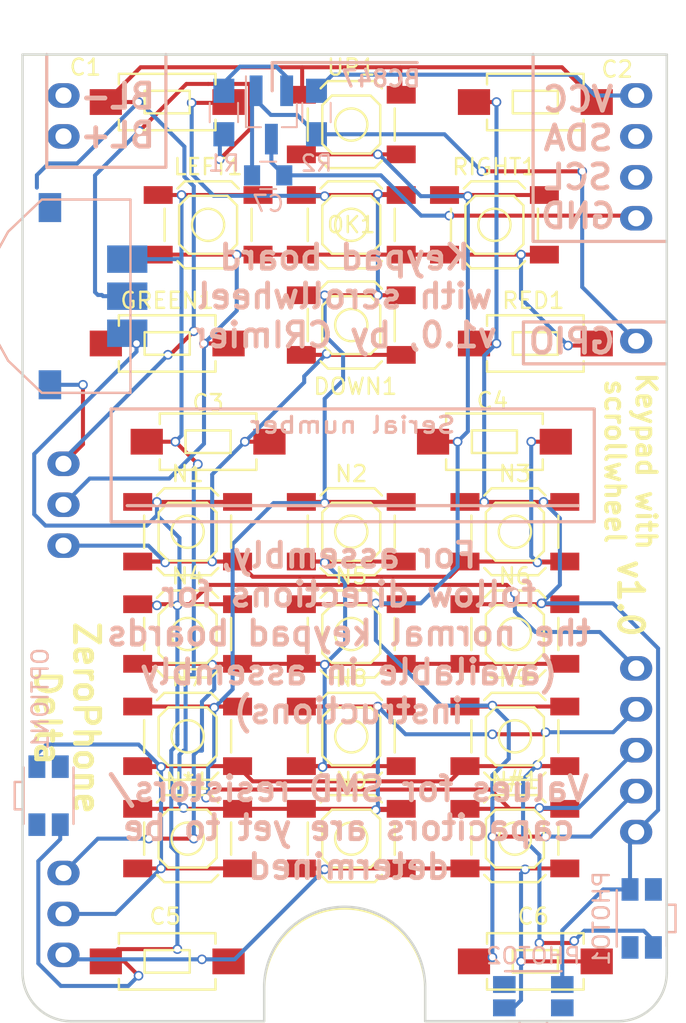
<source format=kicad_pcb>
(kicad_pcb (version 4) (host pcbnew 4.0.7)

  (general
    (links 101)
    (no_connects 0)
    (area 148.424999 104.924999 188.575001 165.075001)
    (thickness 1.6)
    (drawings 35)
    (tracks 453)
    (zones 0)
    (modules 34)
    (nets 17)
  )

  (page A4)
  (layers
    (0 F.Cu signal)
    (31 B.Cu signal hide)
    (32 B.Adhes user)
    (33 F.Adhes user)
    (34 B.Paste user)
    (35 F.Paste user)
    (36 B.SilkS user)
    (37 F.SilkS user)
    (38 B.Mask user)
    (39 F.Mask user)
    (40 Dwgs.User user)
    (41 Cmts.User user)
    (42 Eco1.User user)
    (43 Eco2.User user hide)
    (44 Edge.Cuts user)
    (45 Margin user)
    (46 B.CrtYd user hide)
    (47 F.CrtYd user hide)
    (48 B.Fab user)
    (49 F.Fab user)
  )

  (setup
    (last_trace_width 0.25)
    (trace_clearance 0.2)
    (zone_clearance 0.508)
    (zone_45_only no)
    (trace_min 0.2)
    (segment_width 0.2)
    (edge_width 0.15)
    (via_size 0.6)
    (via_drill 0.4)
    (via_min_size 0.4)
    (via_min_drill 0.3)
    (uvia_size 0.3)
    (uvia_drill 0.1)
    (uvias_allowed no)
    (uvia_min_size 0.2)
    (uvia_min_drill 0.1)
    (pcb_text_width 0.3)
    (pcb_text_size 1.5 1.5)
    (mod_edge_width 0.15)
    (mod_text_size 1 1)
    (mod_text_width 0.15)
    (pad_size 1.524 1.524)
    (pad_drill 0.762)
    (pad_to_mask_clearance 0.2)
    (aux_axis_origin 147.3 104.2)
    (visible_elements 7FFEFD7F)
    (pcbplotparams
      (layerselection 0x010f0_80000001)
      (usegerberextensions true)
      (usegerberattributes true)
      (excludeedgelayer true)
      (linewidth 0.100000)
      (plotframeref false)
      (viasonmask false)
      (mode 1)
      (useauxorigin true)
      (hpglpennumber 1)
      (hpglpenspeed 20)
      (hpglpendiameter 15)
      (hpglpenoverlay 2)
      (psnegative false)
      (psa4output false)
      (plotreference true)
      (plotvalue true)
      (plotinvisibletext false)
      (padsonsilk false)
      (subtractmaskfromsilk false)
      (outputformat 1)
      (mirror false)
      (drillshape 0)
      (scaleselection 1)
      (outputdirectory gerbers/))
  )

  (net 0 "")
  (net 1 /ROW3)
  (net 2 /ROW1)
  (net 3 /COL3)
  (net 4 /ROW2)
  (net 5 /COL6)
  (net 6 /COL2)
  (net 7 /COL5)
  (net 8 /COL4)
  (net 9 COM)
  (net 10 LEFT)
  (net 11 RIGHT)
  (net 12 GPIO)
  (net 13 GND)
  (net 14 "Net-(Q1-Pad2)")
  (net 15 PUSH)
  (net 16 +3V3)

  (net_class Default "This is the default net class."
    (clearance 0.2)
    (trace_width 0.25)
    (via_dia 0.6)
    (via_drill 0.4)
    (uvia_dia 0.3)
    (uvia_drill 0.1)
    (add_net +3V3)
    (add_net /COL2)
    (add_net /COL3)
    (add_net /COL4)
    (add_net /COL5)
    (add_net /COL6)
    (add_net /ROW1)
    (add_net /ROW2)
    (add_net /ROW3)
    (add_net COM)
    (add_net GND)
    (add_net GPIO)
    (add_net LEFT)
    (add_net "Net-(Q1-Pad2)")
    (add_net PUSH)
    (add_net RIGHT)
  )

  (module Buttons_Switches_SMD:SW_SPST_SKQG (layer F.Cu) (tedit 58498098) (tstamp 58495D36)
    (at 168.91 121.793)
    (descr "ALPS 5.2mm Square Low-profile TACT Switch (SMD)")
    (tags "SPST Button Switch")
    (path /58472366)
    (attr smd)
    (fp_text reference DOWN1 (at 0.254 3.81) (layer F.SilkS)
      (effects (font (size 1 1) (thickness 0.15)))
    )
    (fp_text value AB2_SWITCH_MOMENTARY (at 0 3.7) (layer F.Fab)
      (effects (font (size 1 1) (thickness 0.15)))
    )
    (fp_line (start -4.25 -2.95) (end -4.25 2.95) (layer F.CrtYd) (width 0.05))
    (fp_line (start 4.25 -2.95) (end -4.25 -2.95) (layer F.CrtYd) (width 0.05))
    (fp_line (start 4.25 2.95) (end 4.25 -2.95) (layer F.CrtYd) (width 0.05))
    (fp_line (start -4.25 2.95) (end 4.25 2.95) (layer F.CrtYd) (width 0.05))
    (fp_circle (center 0 0) (end 1 0) (layer F.SilkS) (width 0.15))
    (fp_line (start -1.2 -1.8) (end 1.2 -1.8) (layer F.SilkS) (width 0.15))
    (fp_line (start -1.8 -1.2) (end -1.2 -1.8) (layer F.SilkS) (width 0.15))
    (fp_line (start -1.8 1.2) (end -1.8 -1.2) (layer F.SilkS) (width 0.15))
    (fp_line (start -1.2 1.8) (end -1.8 1.2) (layer F.SilkS) (width 0.15))
    (fp_line (start 1.2 1.8) (end -1.2 1.8) (layer F.SilkS) (width 0.15))
    (fp_line (start 1.8 1.2) (end 1.2 1.8) (layer F.SilkS) (width 0.15))
    (fp_line (start 1.8 -1.2) (end 1.8 1.2) (layer F.SilkS) (width 0.15))
    (fp_line (start 1.2 -1.8) (end 1.8 -1.2) (layer F.SilkS) (width 0.15))
    (fp_line (start -1.45 -2.7) (end 1.45 -2.7) (layer F.SilkS) (width 0.15))
    (fp_line (start -1.9 -2.25) (end -1.45 -2.7) (layer F.SilkS) (width 0.15))
    (fp_line (start -2.7 1) (end -2.7 -1) (layer F.SilkS) (width 0.15))
    (fp_line (start -1.45 2.7) (end -1.9 2.25) (layer F.SilkS) (width 0.15))
    (fp_line (start 1.45 2.7) (end -1.45 2.7) (layer F.SilkS) (width 0.15))
    (fp_line (start 1.9 2.25) (end 1.45 2.7) (layer F.SilkS) (width 0.15))
    (fp_line (start 2.7 -1) (end 2.7 1) (layer F.SilkS) (width 0.15))
    (fp_line (start 1.45 -2.7) (end 1.9 -2.25) (layer F.SilkS) (width 0.15))
    (pad 1 smd rect (at -3.1 -1.85) (size 1.8 1.1) (layers F.Cu F.Paste F.Mask)
      (net 1 /ROW3))
    (pad 1 smd rect (at 3.1 -1.85) (size 1.8 1.1) (layers F.Cu F.Paste F.Mask)
      (net 1 /ROW3))
    (pad 2 smd rect (at -3.1 1.85) (size 1.8 1.1) (layers F.Cu F.Paste F.Mask)
      (net 3 /COL3))
    (pad 2 smd rect (at 3.1 1.85) (size 1.8 1.1) (layers F.Cu F.Paste F.Mask)
      (net 3 /COL3))
    (model ${KIPRJMOD}/libs/SKQG/AB2_PB_MOM_5.2MM_SMD_1.1MM_KEY.wrl
      (at (xyz 0 0 0))
      (scale (xyz 0.3937 0.3937 0.3937))
      (rotate (xyz 0 0 0))
    )
  )

  (module Buttons_Switches_SMD:SW_SPST_SKQG (layer F.Cu) (tedit 58497FCC) (tstamp 58495D44)
    (at 160.02 115.57)
    (descr "ALPS 5.2mm Square Low-profile TACT Switch (SMD)")
    (tags "SPST Button Switch")
    (path /584722B9)
    (attr smd)
    (fp_text reference LEFT1 (at 0 -3.6) (layer F.SilkS)
      (effects (font (size 1 1) (thickness 0.15)))
    )
    (fp_text value AB2_SWITCH_MOMENTARY (at 0 3.7) (layer F.Fab)
      (effects (font (size 1 1) (thickness 0.15)))
    )
    (fp_line (start -4.25 -2.95) (end -4.25 2.95) (layer F.CrtYd) (width 0.05))
    (fp_line (start 4.25 -2.95) (end -4.25 -2.95) (layer F.CrtYd) (width 0.05))
    (fp_line (start 4.25 2.95) (end 4.25 -2.95) (layer F.CrtYd) (width 0.05))
    (fp_line (start -4.25 2.95) (end 4.25 2.95) (layer F.CrtYd) (width 0.05))
    (fp_circle (center 0 0) (end 1 0) (layer F.SilkS) (width 0.15))
    (fp_line (start -1.2 -1.8) (end 1.2 -1.8) (layer F.SilkS) (width 0.15))
    (fp_line (start -1.8 -1.2) (end -1.2 -1.8) (layer F.SilkS) (width 0.15))
    (fp_line (start -1.8 1.2) (end -1.8 -1.2) (layer F.SilkS) (width 0.15))
    (fp_line (start -1.2 1.8) (end -1.8 1.2) (layer F.SilkS) (width 0.15))
    (fp_line (start 1.2 1.8) (end -1.2 1.8) (layer F.SilkS) (width 0.15))
    (fp_line (start 1.8 1.2) (end 1.2 1.8) (layer F.SilkS) (width 0.15))
    (fp_line (start 1.8 -1.2) (end 1.8 1.2) (layer F.SilkS) (width 0.15))
    (fp_line (start 1.2 -1.8) (end 1.8 -1.2) (layer F.SilkS) (width 0.15))
    (fp_line (start -1.45 -2.7) (end 1.45 -2.7) (layer F.SilkS) (width 0.15))
    (fp_line (start -1.9 -2.25) (end -1.45 -2.7) (layer F.SilkS) (width 0.15))
    (fp_line (start -2.7 1) (end -2.7 -1) (layer F.SilkS) (width 0.15))
    (fp_line (start -1.45 2.7) (end -1.9 2.25) (layer F.SilkS) (width 0.15))
    (fp_line (start 1.45 2.7) (end -1.45 2.7) (layer F.SilkS) (width 0.15))
    (fp_line (start 1.9 2.25) (end 1.45 2.7) (layer F.SilkS) (width 0.15))
    (fp_line (start 2.7 -1) (end 2.7 1) (layer F.SilkS) (width 0.15))
    (fp_line (start 1.45 -2.7) (end 1.9 -2.25) (layer F.SilkS) (width 0.15))
    (pad 1 smd rect (at -3.1 -1.85) (size 1.8 1.1) (layers F.Cu F.Paste F.Mask)
      (net 10 LEFT))
    (pad 1 smd rect (at 3.1 -1.85) (size 1.8 1.1) (layers F.Cu F.Paste F.Mask)
      (net 10 LEFT))
    (pad 2 smd rect (at -3.1 1.85) (size 1.8 1.1) (layers F.Cu F.Paste F.Mask)
      (net 6 /COL2))
    (pad 2 smd rect (at 3.1 1.85) (size 1.8 1.1) (layers F.Cu F.Paste F.Mask)
      (net 6 /COL2))
    (model ${KIPRJMOD}/libs/SKQG/AB2_PB_MOM_5.2MM_SMD_1.1MM_KEY.wrl
      (at (xyz 0 0 0))
      (scale (xyz 0.3937 0.3937 0.3937))
      (rotate (xyz 0 0 0))
    )
  )

  (module Buttons_Switches_SMD:SW_SPST_SKQG (layer F.Cu) (tedit 58497F7A) (tstamp 58495D4C)
    (at 179.07 153.67)
    (descr "ALPS 5.2mm Square Low-profile TACT Switch (SMD)")
    (tags "SPST Button Switch")
    (path /58472539)
    (attr smd)
    (fp_text reference N#1 (at 0 -3.6) (layer F.SilkS)
      (effects (font (size 1 1) (thickness 0.15)))
    )
    (fp_text value AB2_SWITCH_MOMENTARY (at 0 3.7) (layer F.Fab)
      (effects (font (size 1 1) (thickness 0.15)))
    )
    (fp_line (start -4.25 -2.95) (end -4.25 2.95) (layer F.CrtYd) (width 0.05))
    (fp_line (start 4.25 -2.95) (end -4.25 -2.95) (layer F.CrtYd) (width 0.05))
    (fp_line (start 4.25 2.95) (end 4.25 -2.95) (layer F.CrtYd) (width 0.05))
    (fp_line (start -4.25 2.95) (end 4.25 2.95) (layer F.CrtYd) (width 0.05))
    (fp_circle (center 0 0) (end 1 0) (layer F.SilkS) (width 0.15))
    (fp_line (start -1.2 -1.8) (end 1.2 -1.8) (layer F.SilkS) (width 0.15))
    (fp_line (start -1.8 -1.2) (end -1.2 -1.8) (layer F.SilkS) (width 0.15))
    (fp_line (start -1.8 1.2) (end -1.8 -1.2) (layer F.SilkS) (width 0.15))
    (fp_line (start -1.2 1.8) (end -1.8 1.2) (layer F.SilkS) (width 0.15))
    (fp_line (start 1.2 1.8) (end -1.2 1.8) (layer F.SilkS) (width 0.15))
    (fp_line (start 1.8 1.2) (end 1.2 1.8) (layer F.SilkS) (width 0.15))
    (fp_line (start 1.8 -1.2) (end 1.8 1.2) (layer F.SilkS) (width 0.15))
    (fp_line (start 1.2 -1.8) (end 1.8 -1.2) (layer F.SilkS) (width 0.15))
    (fp_line (start -1.45 -2.7) (end 1.45 -2.7) (layer F.SilkS) (width 0.15))
    (fp_line (start -1.9 -2.25) (end -1.45 -2.7) (layer F.SilkS) (width 0.15))
    (fp_line (start -2.7 1) (end -2.7 -1) (layer F.SilkS) (width 0.15))
    (fp_line (start -1.45 2.7) (end -1.9 2.25) (layer F.SilkS) (width 0.15))
    (fp_line (start 1.45 2.7) (end -1.45 2.7) (layer F.SilkS) (width 0.15))
    (fp_line (start 1.9 2.25) (end 1.45 2.7) (layer F.SilkS) (width 0.15))
    (fp_line (start 2.7 -1) (end 2.7 1) (layer F.SilkS) (width 0.15))
    (fp_line (start 1.45 -2.7) (end 1.9 -2.25) (layer F.SilkS) (width 0.15))
    (pad 1 smd rect (at -3.1 -1.85) (size 1.8 1.1) (layers F.Cu F.Paste F.Mask)
      (net 1 /ROW3))
    (pad 1 smd rect (at 3.1 -1.85) (size 1.8 1.1) (layers F.Cu F.Paste F.Mask)
      (net 1 /ROW3))
    (pad 2 smd rect (at -3.1 1.85) (size 1.8 1.1) (layers F.Cu F.Paste F.Mask)
      (net 5 /COL6))
    (pad 2 smd rect (at 3.1 1.85) (size 1.8 1.1) (layers F.Cu F.Paste F.Mask)
      (net 5 /COL6))
    (model ${KIPRJMOD}/libs/SKQG/AB2_PB_MOM_5.2MM_SMD_1.1MM_KEY.wrl
      (at (xyz 0 0 0))
      (scale (xyz 0.3937 0.3937 0.3937))
      (rotate (xyz 0 0 0))
    )
  )

  (module Buttons_Switches_SMD:SW_SPST_SKQG (layer F.Cu) (tedit 5849806F) (tstamp 58495D54)
    (at 158.75 153.67)
    (descr "ALPS 5.2mm Square Low-profile TACT Switch (SMD)")
    (tags "SPST Button Switch")
    (path /58472515)
    (attr smd)
    (fp_text reference N*1 (at 0 -3.556) (layer F.SilkS)
      (effects (font (size 1 1) (thickness 0.15)))
    )
    (fp_text value AB2_SWITCH_MOMENTARY (at 0 3.7) (layer F.Fab)
      (effects (font (size 1 1) (thickness 0.15)))
    )
    (fp_line (start -4.25 -2.95) (end -4.25 2.95) (layer F.CrtYd) (width 0.05))
    (fp_line (start 4.25 -2.95) (end -4.25 -2.95) (layer F.CrtYd) (width 0.05))
    (fp_line (start 4.25 2.95) (end 4.25 -2.95) (layer F.CrtYd) (width 0.05))
    (fp_line (start -4.25 2.95) (end 4.25 2.95) (layer F.CrtYd) (width 0.05))
    (fp_circle (center 0 0) (end 1 0) (layer F.SilkS) (width 0.15))
    (fp_line (start -1.2 -1.8) (end 1.2 -1.8) (layer F.SilkS) (width 0.15))
    (fp_line (start -1.8 -1.2) (end -1.2 -1.8) (layer F.SilkS) (width 0.15))
    (fp_line (start -1.8 1.2) (end -1.8 -1.2) (layer F.SilkS) (width 0.15))
    (fp_line (start -1.2 1.8) (end -1.8 1.2) (layer F.SilkS) (width 0.15))
    (fp_line (start 1.2 1.8) (end -1.2 1.8) (layer F.SilkS) (width 0.15))
    (fp_line (start 1.8 1.2) (end 1.2 1.8) (layer F.SilkS) (width 0.15))
    (fp_line (start 1.8 -1.2) (end 1.8 1.2) (layer F.SilkS) (width 0.15))
    (fp_line (start 1.2 -1.8) (end 1.8 -1.2) (layer F.SilkS) (width 0.15))
    (fp_line (start -1.45 -2.7) (end 1.45 -2.7) (layer F.SilkS) (width 0.15))
    (fp_line (start -1.9 -2.25) (end -1.45 -2.7) (layer F.SilkS) (width 0.15))
    (fp_line (start -2.7 1) (end -2.7 -1) (layer F.SilkS) (width 0.15))
    (fp_line (start -1.45 2.7) (end -1.9 2.25) (layer F.SilkS) (width 0.15))
    (fp_line (start 1.45 2.7) (end -1.45 2.7) (layer F.SilkS) (width 0.15))
    (fp_line (start 1.9 2.25) (end 1.45 2.7) (layer F.SilkS) (width 0.15))
    (fp_line (start 2.7 -1) (end 2.7 1) (layer F.SilkS) (width 0.15))
    (fp_line (start 1.45 -2.7) (end 1.9 -2.25) (layer F.SilkS) (width 0.15))
    (pad 1 smd rect (at -3.1 -1.85) (size 1.8 1.1) (layers F.Cu F.Paste F.Mask)
      (net 10 LEFT))
    (pad 1 smd rect (at 3.1 -1.85) (size 1.8 1.1) (layers F.Cu F.Paste F.Mask)
      (net 10 LEFT))
    (pad 2 smd rect (at -3.1 1.85) (size 1.8 1.1) (layers F.Cu F.Paste F.Mask)
      (net 7 /COL5))
    (pad 2 smd rect (at 3.1 1.85) (size 1.8 1.1) (layers F.Cu F.Paste F.Mask)
      (net 7 /COL5))
    (model ${KIPRJMOD}/libs/SKQG/AB2_PB_MOM_5.2MM_SMD_1.1MM_KEY.wrl
      (at (xyz 0 0 0))
      (scale (xyz 0.3937 0.3937 0.3937))
      (rotate (xyz 0 0 0))
    )
  )

  (module Buttons_Switches_SMD:SW_SPST_SKQG (layer F.Cu) (tedit 58497F7F) (tstamp 58495D5C)
    (at 168.91 153.67)
    (descr "ALPS 5.2mm Square Low-profile TACT Switch (SMD)")
    (tags "SPST Button Switch")
    (path /58472533)
    (attr smd)
    (fp_text reference N0 (at 0 -3.6) (layer F.SilkS)
      (effects (font (size 1 1) (thickness 0.15)))
    )
    (fp_text value AB2_SWITCH_MOMENTARY (at 0 3.7) (layer F.Fab)
      (effects (font (size 1 1) (thickness 0.15)))
    )
    (fp_line (start -4.25 -2.95) (end -4.25 2.95) (layer F.CrtYd) (width 0.05))
    (fp_line (start 4.25 -2.95) (end -4.25 -2.95) (layer F.CrtYd) (width 0.05))
    (fp_line (start 4.25 2.95) (end 4.25 -2.95) (layer F.CrtYd) (width 0.05))
    (fp_line (start -4.25 2.95) (end 4.25 2.95) (layer F.CrtYd) (width 0.05))
    (fp_circle (center 0 0) (end 1 0) (layer F.SilkS) (width 0.15))
    (fp_line (start -1.2 -1.8) (end 1.2 -1.8) (layer F.SilkS) (width 0.15))
    (fp_line (start -1.8 -1.2) (end -1.2 -1.8) (layer F.SilkS) (width 0.15))
    (fp_line (start -1.8 1.2) (end -1.8 -1.2) (layer F.SilkS) (width 0.15))
    (fp_line (start -1.2 1.8) (end -1.8 1.2) (layer F.SilkS) (width 0.15))
    (fp_line (start 1.2 1.8) (end -1.2 1.8) (layer F.SilkS) (width 0.15))
    (fp_line (start 1.8 1.2) (end 1.2 1.8) (layer F.SilkS) (width 0.15))
    (fp_line (start 1.8 -1.2) (end 1.8 1.2) (layer F.SilkS) (width 0.15))
    (fp_line (start 1.2 -1.8) (end 1.8 -1.2) (layer F.SilkS) (width 0.15))
    (fp_line (start -1.45 -2.7) (end 1.45 -2.7) (layer F.SilkS) (width 0.15))
    (fp_line (start -1.9 -2.25) (end -1.45 -2.7) (layer F.SilkS) (width 0.15))
    (fp_line (start -2.7 1) (end -2.7 -1) (layer F.SilkS) (width 0.15))
    (fp_line (start -1.45 2.7) (end -1.9 2.25) (layer F.SilkS) (width 0.15))
    (fp_line (start 1.45 2.7) (end -1.45 2.7) (layer F.SilkS) (width 0.15))
    (fp_line (start 1.9 2.25) (end 1.45 2.7) (layer F.SilkS) (width 0.15))
    (fp_line (start 2.7 -1) (end 2.7 1) (layer F.SilkS) (width 0.15))
    (fp_line (start 1.45 -2.7) (end 1.9 -2.25) (layer F.SilkS) (width 0.15))
    (pad 1 smd rect (at -3.1 -1.85) (size 1.8 1.1) (layers F.Cu F.Paste F.Mask)
      (net 10 LEFT))
    (pad 1 smd rect (at 3.1 -1.85) (size 1.8 1.1) (layers F.Cu F.Paste F.Mask)
      (net 10 LEFT))
    (pad 2 smd rect (at -3.1 1.85) (size 1.8 1.1) (layers F.Cu F.Paste F.Mask)
      (net 5 /COL6))
    (pad 2 smd rect (at 3.1 1.85) (size 1.8 1.1) (layers F.Cu F.Paste F.Mask)
      (net 5 /COL6))
    (model ${KIPRJMOD}/libs/SKQG/AB2_PB_MOM_5.2MM_SMD_1.1MM_KEY.wrl
      (at (xyz 0 0 0))
      (scale (xyz 0.3937 0.3937 0.3937))
      (rotate (xyz 0 0 0))
    )
  )

  (module Buttons_Switches_SMD:SW_SPST_SKQG (layer F.Cu) (tedit 58497F47) (tstamp 58495D64)
    (at 158.75 134.62)
    (descr "ALPS 5.2mm Square Low-profile TACT Switch (SMD)")
    (tags "SPST Button Switch")
    (path /5847235A)
    (attr smd)
    (fp_text reference N1 (at 0 -3.6) (layer F.SilkS)
      (effects (font (size 1 1) (thickness 0.15)))
    )
    (fp_text value AB2_SWITCH_MOMENTARY (at 0 3.7) (layer F.Fab)
      (effects (font (size 1 1) (thickness 0.15)))
    )
    (fp_line (start -4.25 -2.95) (end -4.25 2.95) (layer F.CrtYd) (width 0.05))
    (fp_line (start 4.25 -2.95) (end -4.25 -2.95) (layer F.CrtYd) (width 0.05))
    (fp_line (start 4.25 2.95) (end 4.25 -2.95) (layer F.CrtYd) (width 0.05))
    (fp_line (start -4.25 2.95) (end 4.25 2.95) (layer F.CrtYd) (width 0.05))
    (fp_circle (center 0 0) (end 1 0) (layer F.SilkS) (width 0.15))
    (fp_line (start -1.2 -1.8) (end 1.2 -1.8) (layer F.SilkS) (width 0.15))
    (fp_line (start -1.8 -1.2) (end -1.2 -1.8) (layer F.SilkS) (width 0.15))
    (fp_line (start -1.8 1.2) (end -1.8 -1.2) (layer F.SilkS) (width 0.15))
    (fp_line (start -1.2 1.8) (end -1.8 1.2) (layer F.SilkS) (width 0.15))
    (fp_line (start 1.2 1.8) (end -1.2 1.8) (layer F.SilkS) (width 0.15))
    (fp_line (start 1.8 1.2) (end 1.2 1.8) (layer F.SilkS) (width 0.15))
    (fp_line (start 1.8 -1.2) (end 1.8 1.2) (layer F.SilkS) (width 0.15))
    (fp_line (start 1.2 -1.8) (end 1.8 -1.2) (layer F.SilkS) (width 0.15))
    (fp_line (start -1.45 -2.7) (end 1.45 -2.7) (layer F.SilkS) (width 0.15))
    (fp_line (start -1.9 -2.25) (end -1.45 -2.7) (layer F.SilkS) (width 0.15))
    (fp_line (start -2.7 1) (end -2.7 -1) (layer F.SilkS) (width 0.15))
    (fp_line (start -1.45 2.7) (end -1.9 2.25) (layer F.SilkS) (width 0.15))
    (fp_line (start 1.45 2.7) (end -1.45 2.7) (layer F.SilkS) (width 0.15))
    (fp_line (start 1.9 2.25) (end 1.45 2.7) (layer F.SilkS) (width 0.15))
    (fp_line (start 2.7 -1) (end 2.7 1) (layer F.SilkS) (width 0.15))
    (fp_line (start 1.45 -2.7) (end 1.9 -2.25) (layer F.SilkS) (width 0.15))
    (pad 1 smd rect (at -3.1 -1.85) (size 1.8 1.1) (layers F.Cu F.Paste F.Mask)
      (net 11 RIGHT))
    (pad 1 smd rect (at 3.1 -1.85) (size 1.8 1.1) (layers F.Cu F.Paste F.Mask)
      (net 11 RIGHT))
    (pad 2 smd rect (at -3.1 1.85) (size 1.8 1.1) (layers F.Cu F.Paste F.Mask)
      (net 3 /COL3))
    (pad 2 smd rect (at 3.1 1.85) (size 1.8 1.1) (layers F.Cu F.Paste F.Mask)
      (net 3 /COL3))
    (model ${KIPRJMOD}/libs/SKQG/AB2_PB_MOM_5.2MM_SMD_1.1MM_KEY.wrl
      (at (xyz 0 0 0))
      (scale (xyz 0.3937 0.3937 0.3937))
      (rotate (xyz 0 0 0))
    )
  )

  (module Buttons_Switches_SMD:SW_SPST_SKQG (layer F.Cu) (tedit 58497F51) (tstamp 58495D6C)
    (at 168.91 134.62)
    (descr "ALPS 5.2mm Square Low-profile TACT Switch (SMD)")
    (tags "SPST Button Switch")
    (path /584724FD)
    (attr smd)
    (fp_text reference N2 (at 0 -3.6) (layer F.SilkS)
      (effects (font (size 1 1) (thickness 0.15)))
    )
    (fp_text value AB2_SWITCH_MOMENTARY (at 0 3.7) (layer F.Fab)
      (effects (font (size 1 1) (thickness 0.15)))
    )
    (fp_line (start -4.25 -2.95) (end -4.25 2.95) (layer F.CrtYd) (width 0.05))
    (fp_line (start 4.25 -2.95) (end -4.25 -2.95) (layer F.CrtYd) (width 0.05))
    (fp_line (start 4.25 2.95) (end 4.25 -2.95) (layer F.CrtYd) (width 0.05))
    (fp_line (start -4.25 2.95) (end 4.25 2.95) (layer F.CrtYd) (width 0.05))
    (fp_circle (center 0 0) (end 1 0) (layer F.SilkS) (width 0.15))
    (fp_line (start -1.2 -1.8) (end 1.2 -1.8) (layer F.SilkS) (width 0.15))
    (fp_line (start -1.8 -1.2) (end -1.2 -1.8) (layer F.SilkS) (width 0.15))
    (fp_line (start -1.8 1.2) (end -1.8 -1.2) (layer F.SilkS) (width 0.15))
    (fp_line (start -1.2 1.8) (end -1.8 1.2) (layer F.SilkS) (width 0.15))
    (fp_line (start 1.2 1.8) (end -1.2 1.8) (layer F.SilkS) (width 0.15))
    (fp_line (start 1.8 1.2) (end 1.2 1.8) (layer F.SilkS) (width 0.15))
    (fp_line (start 1.8 -1.2) (end 1.8 1.2) (layer F.SilkS) (width 0.15))
    (fp_line (start 1.2 -1.8) (end 1.8 -1.2) (layer F.SilkS) (width 0.15))
    (fp_line (start -1.45 -2.7) (end 1.45 -2.7) (layer F.SilkS) (width 0.15))
    (fp_line (start -1.9 -2.25) (end -1.45 -2.7) (layer F.SilkS) (width 0.15))
    (fp_line (start -2.7 1) (end -2.7 -1) (layer F.SilkS) (width 0.15))
    (fp_line (start -1.45 2.7) (end -1.9 2.25) (layer F.SilkS) (width 0.15))
    (fp_line (start 1.45 2.7) (end -1.45 2.7) (layer F.SilkS) (width 0.15))
    (fp_line (start 1.9 2.25) (end 1.45 2.7) (layer F.SilkS) (width 0.15))
    (fp_line (start 2.7 -1) (end 2.7 1) (layer F.SilkS) (width 0.15))
    (fp_line (start 1.45 -2.7) (end 1.9 -2.25) (layer F.SilkS) (width 0.15))
    (pad 1 smd rect (at -3.1 -1.85) (size 1.8 1.1) (layers F.Cu F.Paste F.Mask)
      (net 1 /ROW3))
    (pad 1 smd rect (at 3.1 -1.85) (size 1.8 1.1) (layers F.Cu F.Paste F.Mask)
      (net 1 /ROW3))
    (pad 2 smd rect (at -3.1 1.85) (size 1.8 1.1) (layers F.Cu F.Paste F.Mask)
      (net 8 /COL4))
    (pad 2 smd rect (at 3.1 1.85) (size 1.8 1.1) (layers F.Cu F.Paste F.Mask)
      (net 8 /COL4))
    (model ${KIPRJMOD}/libs/SKQG/AB2_PB_MOM_5.2MM_SMD_1.1MM_KEY.wrl
      (at (xyz 0 0 0))
      (scale (xyz 0.3937 0.3937 0.3937))
      (rotate (xyz 0 0 0))
    )
  )

  (module Buttons_Switches_SMD:SW_SPST_SKQG (layer F.Cu) (tedit 58497FE3) (tstamp 58495D74)
    (at 179.07 134.62)
    (descr "ALPS 5.2mm Square Low-profile TACT Switch (SMD)")
    (tags "SPST Button Switch")
    (path /58472372)
    (attr smd)
    (fp_text reference N3 (at 0 -3.6) (layer F.SilkS)
      (effects (font (size 1 1) (thickness 0.15)))
    )
    (fp_text value AB2_SWITCH_MOMENTARY (at 0 3.7) (layer F.Fab)
      (effects (font (size 1 1) (thickness 0.15)))
    )
    (fp_line (start -4.25 -2.95) (end -4.25 2.95) (layer F.CrtYd) (width 0.05))
    (fp_line (start 4.25 -2.95) (end -4.25 -2.95) (layer F.CrtYd) (width 0.05))
    (fp_line (start 4.25 2.95) (end 4.25 -2.95) (layer F.CrtYd) (width 0.05))
    (fp_line (start -4.25 2.95) (end 4.25 2.95) (layer F.CrtYd) (width 0.05))
    (fp_circle (center 0 0) (end 1 0) (layer F.SilkS) (width 0.15))
    (fp_line (start -1.2 -1.8) (end 1.2 -1.8) (layer F.SilkS) (width 0.15))
    (fp_line (start -1.8 -1.2) (end -1.2 -1.8) (layer F.SilkS) (width 0.15))
    (fp_line (start -1.8 1.2) (end -1.8 -1.2) (layer F.SilkS) (width 0.15))
    (fp_line (start -1.2 1.8) (end -1.8 1.2) (layer F.SilkS) (width 0.15))
    (fp_line (start 1.2 1.8) (end -1.2 1.8) (layer F.SilkS) (width 0.15))
    (fp_line (start 1.8 1.2) (end 1.2 1.8) (layer F.SilkS) (width 0.15))
    (fp_line (start 1.8 -1.2) (end 1.8 1.2) (layer F.SilkS) (width 0.15))
    (fp_line (start 1.2 -1.8) (end 1.8 -1.2) (layer F.SilkS) (width 0.15))
    (fp_line (start -1.45 -2.7) (end 1.45 -2.7) (layer F.SilkS) (width 0.15))
    (fp_line (start -1.9 -2.25) (end -1.45 -2.7) (layer F.SilkS) (width 0.15))
    (fp_line (start -2.7 1) (end -2.7 -1) (layer F.SilkS) (width 0.15))
    (fp_line (start -1.45 2.7) (end -1.9 2.25) (layer F.SilkS) (width 0.15))
    (fp_line (start 1.45 2.7) (end -1.45 2.7) (layer F.SilkS) (width 0.15))
    (fp_line (start 1.9 2.25) (end 1.45 2.7) (layer F.SilkS) (width 0.15))
    (fp_line (start 2.7 -1) (end 2.7 1) (layer F.SilkS) (width 0.15))
    (fp_line (start 1.45 -2.7) (end 1.9 -2.25) (layer F.SilkS) (width 0.15))
    (pad 1 smd rect (at -3.1 -1.85) (size 1.8 1.1) (layers F.Cu F.Paste F.Mask)
      (net 2 /ROW1))
    (pad 1 smd rect (at 3.1 -1.85) (size 1.8 1.1) (layers F.Cu F.Paste F.Mask)
      (net 2 /ROW1))
    (pad 2 smd rect (at -3.1 1.85) (size 1.8 1.1) (layers F.Cu F.Paste F.Mask)
      (net 3 /COL3))
    (pad 2 smd rect (at 3.1 1.85) (size 1.8 1.1) (layers F.Cu F.Paste F.Mask)
      (net 3 /COL3))
    (model ${KIPRJMOD}/libs/SKQG/AB2_PB_MOM_5.2MM_SMD_1.1MM_KEY.wrl
      (at (xyz 0 0 0))
      (scale (xyz 0.3937 0.3937 0.3937))
      (rotate (xyz 0 0 0))
    )
  )

  (module Buttons_Switches_SMD:SW_SPST_SKQG (layer F.Cu) (tedit 58497F63) (tstamp 58495D7C)
    (at 158.75 140.97)
    (descr "ALPS 5.2mm Square Low-profile TACT Switch (SMD)")
    (tags "SPST Button Switch")
    (path /584724F1)
    (attr smd)
    (fp_text reference N4 (at 0 -3.6) (layer F.SilkS)
      (effects (font (size 1 1) (thickness 0.15)))
    )
    (fp_text value AB2_SWITCH_MOMENTARY (at 0 3.7) (layer F.Fab)
      (effects (font (size 1 1) (thickness 0.15)))
    )
    (fp_line (start -4.25 -2.95) (end -4.25 2.95) (layer F.CrtYd) (width 0.05))
    (fp_line (start 4.25 -2.95) (end -4.25 -2.95) (layer F.CrtYd) (width 0.05))
    (fp_line (start 4.25 2.95) (end 4.25 -2.95) (layer F.CrtYd) (width 0.05))
    (fp_line (start -4.25 2.95) (end 4.25 2.95) (layer F.CrtYd) (width 0.05))
    (fp_circle (center 0 0) (end 1 0) (layer F.SilkS) (width 0.15))
    (fp_line (start -1.2 -1.8) (end 1.2 -1.8) (layer F.SilkS) (width 0.15))
    (fp_line (start -1.8 -1.2) (end -1.2 -1.8) (layer F.SilkS) (width 0.15))
    (fp_line (start -1.8 1.2) (end -1.8 -1.2) (layer F.SilkS) (width 0.15))
    (fp_line (start -1.2 1.8) (end -1.8 1.2) (layer F.SilkS) (width 0.15))
    (fp_line (start 1.2 1.8) (end -1.2 1.8) (layer F.SilkS) (width 0.15))
    (fp_line (start 1.8 1.2) (end 1.2 1.8) (layer F.SilkS) (width 0.15))
    (fp_line (start 1.8 -1.2) (end 1.8 1.2) (layer F.SilkS) (width 0.15))
    (fp_line (start 1.2 -1.8) (end 1.8 -1.2) (layer F.SilkS) (width 0.15))
    (fp_line (start -1.45 -2.7) (end 1.45 -2.7) (layer F.SilkS) (width 0.15))
    (fp_line (start -1.9 -2.25) (end -1.45 -2.7) (layer F.SilkS) (width 0.15))
    (fp_line (start -2.7 1) (end -2.7 -1) (layer F.SilkS) (width 0.15))
    (fp_line (start -1.45 2.7) (end -1.9 2.25) (layer F.SilkS) (width 0.15))
    (fp_line (start 1.45 2.7) (end -1.45 2.7) (layer F.SilkS) (width 0.15))
    (fp_line (start 1.9 2.25) (end 1.45 2.7) (layer F.SilkS) (width 0.15))
    (fp_line (start 2.7 -1) (end 2.7 1) (layer F.SilkS) (width 0.15))
    (fp_line (start 1.45 -2.7) (end 1.9 -2.25) (layer F.SilkS) (width 0.15))
    (pad 1 smd rect (at -3.1 -1.85) (size 1.8 1.1) (layers F.Cu F.Paste F.Mask)
      (net 11 RIGHT))
    (pad 1 smd rect (at 3.1 -1.85) (size 1.8 1.1) (layers F.Cu F.Paste F.Mask)
      (net 11 RIGHT))
    (pad 2 smd rect (at -3.1 1.85) (size 1.8 1.1) (layers F.Cu F.Paste F.Mask)
      (net 8 /COL4))
    (pad 2 smd rect (at 3.1 1.85) (size 1.8 1.1) (layers F.Cu F.Paste F.Mask)
      (net 8 /COL4))
    (model ${KIPRJMOD}/libs/SKQG/AB2_PB_MOM_5.2MM_SMD_1.1MM_KEY.wrl
      (at (xyz 0 0 0))
      (scale (xyz 0.3937 0.3937 0.3937))
      (rotate (xyz 0 0 0))
    )
  )

  (module Buttons_Switches_SMD:SW_SPST_SKQG (layer F.Cu) (tedit 58497F68) (tstamp 58495D84)
    (at 168.91 140.97)
    (descr "ALPS 5.2mm Square Low-profile TACT Switch (SMD)")
    (tags "SPST Button Switch")
    (path /58472503)
    (attr smd)
    (fp_text reference N5 (at 0 -3.6) (layer F.SilkS)
      (effects (font (size 1 1) (thickness 0.15)))
    )
    (fp_text value AB2_SWITCH_MOMENTARY (at 0 3.7) (layer F.Fab)
      (effects (font (size 1 1) (thickness 0.15)))
    )
    (fp_line (start -4.25 -2.95) (end -4.25 2.95) (layer F.CrtYd) (width 0.05))
    (fp_line (start 4.25 -2.95) (end -4.25 -2.95) (layer F.CrtYd) (width 0.05))
    (fp_line (start 4.25 2.95) (end 4.25 -2.95) (layer F.CrtYd) (width 0.05))
    (fp_line (start -4.25 2.95) (end 4.25 2.95) (layer F.CrtYd) (width 0.05))
    (fp_circle (center 0 0) (end 1 0) (layer F.SilkS) (width 0.15))
    (fp_line (start -1.2 -1.8) (end 1.2 -1.8) (layer F.SilkS) (width 0.15))
    (fp_line (start -1.8 -1.2) (end -1.2 -1.8) (layer F.SilkS) (width 0.15))
    (fp_line (start -1.8 1.2) (end -1.8 -1.2) (layer F.SilkS) (width 0.15))
    (fp_line (start -1.2 1.8) (end -1.8 1.2) (layer F.SilkS) (width 0.15))
    (fp_line (start 1.2 1.8) (end -1.2 1.8) (layer F.SilkS) (width 0.15))
    (fp_line (start 1.8 1.2) (end 1.2 1.8) (layer F.SilkS) (width 0.15))
    (fp_line (start 1.8 -1.2) (end 1.8 1.2) (layer F.SilkS) (width 0.15))
    (fp_line (start 1.2 -1.8) (end 1.8 -1.2) (layer F.SilkS) (width 0.15))
    (fp_line (start -1.45 -2.7) (end 1.45 -2.7) (layer F.SilkS) (width 0.15))
    (fp_line (start -1.9 -2.25) (end -1.45 -2.7) (layer F.SilkS) (width 0.15))
    (fp_line (start -2.7 1) (end -2.7 -1) (layer F.SilkS) (width 0.15))
    (fp_line (start -1.45 2.7) (end -1.9 2.25) (layer F.SilkS) (width 0.15))
    (fp_line (start 1.45 2.7) (end -1.45 2.7) (layer F.SilkS) (width 0.15))
    (fp_line (start 1.9 2.25) (end 1.45 2.7) (layer F.SilkS) (width 0.15))
    (fp_line (start 2.7 -1) (end 2.7 1) (layer F.SilkS) (width 0.15))
    (fp_line (start 1.45 -2.7) (end 1.9 -2.25) (layer F.SilkS) (width 0.15))
    (pad 1 smd rect (at -3.1 -1.85) (size 1.8 1.1) (layers F.Cu F.Paste F.Mask)
      (net 4 /ROW2))
    (pad 1 smd rect (at 3.1 -1.85) (size 1.8 1.1) (layers F.Cu F.Paste F.Mask)
      (net 4 /ROW2))
    (pad 2 smd rect (at -3.1 1.85) (size 1.8 1.1) (layers F.Cu F.Paste F.Mask)
      (net 8 /COL4))
    (pad 2 smd rect (at 3.1 1.85) (size 1.8 1.1) (layers F.Cu F.Paste F.Mask)
      (net 8 /COL4))
    (model ${KIPRJMOD}/libs/SKQG/AB2_PB_MOM_5.2MM_SMD_1.1MM_KEY.wrl
      (at (xyz 0 0 0))
      (scale (xyz 0.3937 0.3937 0.3937))
      (rotate (xyz 0 0 0))
    )
  )

  (module Buttons_Switches_SMD:SW_SPST_SKQG (layer F.Cu) (tedit 58497F6C) (tstamp 58495D8C)
    (at 179.07 140.97)
    (descr "ALPS 5.2mm Square Low-profile TACT Switch (SMD)")
    (tags "SPST Button Switch")
    (path /58472509)
    (attr smd)
    (fp_text reference N6 (at 0 -3.6) (layer F.SilkS)
      (effects (font (size 1 1) (thickness 0.15)))
    )
    (fp_text value AB2_SWITCH_MOMENTARY (at 0 3.7) (layer F.Fab)
      (effects (font (size 1 1) (thickness 0.15)))
    )
    (fp_line (start -4.25 -2.95) (end -4.25 2.95) (layer F.CrtYd) (width 0.05))
    (fp_line (start 4.25 -2.95) (end -4.25 -2.95) (layer F.CrtYd) (width 0.05))
    (fp_line (start 4.25 2.95) (end 4.25 -2.95) (layer F.CrtYd) (width 0.05))
    (fp_line (start -4.25 2.95) (end 4.25 2.95) (layer F.CrtYd) (width 0.05))
    (fp_circle (center 0 0) (end 1 0) (layer F.SilkS) (width 0.15))
    (fp_line (start -1.2 -1.8) (end 1.2 -1.8) (layer F.SilkS) (width 0.15))
    (fp_line (start -1.8 -1.2) (end -1.2 -1.8) (layer F.SilkS) (width 0.15))
    (fp_line (start -1.8 1.2) (end -1.8 -1.2) (layer F.SilkS) (width 0.15))
    (fp_line (start -1.2 1.8) (end -1.8 1.2) (layer F.SilkS) (width 0.15))
    (fp_line (start 1.2 1.8) (end -1.2 1.8) (layer F.SilkS) (width 0.15))
    (fp_line (start 1.8 1.2) (end 1.2 1.8) (layer F.SilkS) (width 0.15))
    (fp_line (start 1.8 -1.2) (end 1.8 1.2) (layer F.SilkS) (width 0.15))
    (fp_line (start 1.2 -1.8) (end 1.8 -1.2) (layer F.SilkS) (width 0.15))
    (fp_line (start -1.45 -2.7) (end 1.45 -2.7) (layer F.SilkS) (width 0.15))
    (fp_line (start -1.9 -2.25) (end -1.45 -2.7) (layer F.SilkS) (width 0.15))
    (fp_line (start -2.7 1) (end -2.7 -1) (layer F.SilkS) (width 0.15))
    (fp_line (start -1.45 2.7) (end -1.9 2.25) (layer F.SilkS) (width 0.15))
    (fp_line (start 1.45 2.7) (end -1.45 2.7) (layer F.SilkS) (width 0.15))
    (fp_line (start 1.9 2.25) (end 1.45 2.7) (layer F.SilkS) (width 0.15))
    (fp_line (start 2.7 -1) (end 2.7 1) (layer F.SilkS) (width 0.15))
    (fp_line (start 1.45 -2.7) (end 1.9 -2.25) (layer F.SilkS) (width 0.15))
    (pad 1 smd rect (at -3.1 -1.85) (size 1.8 1.1) (layers F.Cu F.Paste F.Mask)
      (net 2 /ROW1))
    (pad 1 smd rect (at 3.1 -1.85) (size 1.8 1.1) (layers F.Cu F.Paste F.Mask)
      (net 2 /ROW1))
    (pad 2 smd rect (at -3.1 1.85) (size 1.8 1.1) (layers F.Cu F.Paste F.Mask)
      (net 8 /COL4))
    (pad 2 smd rect (at 3.1 1.85) (size 1.8 1.1) (layers F.Cu F.Paste F.Mask)
      (net 8 /COL4))
    (model ${KIPRJMOD}/libs/SKQG/AB2_PB_MOM_5.2MM_SMD_1.1MM_KEY.wrl
      (at (xyz 0 0 0))
      (scale (xyz 0.3937 0.3937 0.3937))
      (rotate (xyz 0 0 0))
    )
  )

  (module Buttons_Switches_SMD:SW_SPST_SKQG (layer F.Cu) (tedit 5849806A) (tstamp 58495D94)
    (at 158.75 147.32)
    (descr "ALPS 5.2mm Square Low-profile TACT Switch (SMD)")
    (tags "SPST Button Switch")
    (path /5847251B)
    (attr smd)
    (fp_text reference N7 (at 0 -3.6195) (layer F.SilkS)
      (effects (font (size 1 1) (thickness 0.15)))
    )
    (fp_text value AB2_SWITCH_MOMENTARY (at 0 3.7) (layer F.Fab)
      (effects (font (size 1 1) (thickness 0.15)))
    )
    (fp_line (start -4.25 -2.95) (end -4.25 2.95) (layer F.CrtYd) (width 0.05))
    (fp_line (start 4.25 -2.95) (end -4.25 -2.95) (layer F.CrtYd) (width 0.05))
    (fp_line (start 4.25 2.95) (end 4.25 -2.95) (layer F.CrtYd) (width 0.05))
    (fp_line (start -4.25 2.95) (end 4.25 2.95) (layer F.CrtYd) (width 0.05))
    (fp_circle (center 0 0) (end 1 0) (layer F.SilkS) (width 0.15))
    (fp_line (start -1.2 -1.8) (end 1.2 -1.8) (layer F.SilkS) (width 0.15))
    (fp_line (start -1.8 -1.2) (end -1.2 -1.8) (layer F.SilkS) (width 0.15))
    (fp_line (start -1.8 1.2) (end -1.8 -1.2) (layer F.SilkS) (width 0.15))
    (fp_line (start -1.2 1.8) (end -1.8 1.2) (layer F.SilkS) (width 0.15))
    (fp_line (start 1.2 1.8) (end -1.2 1.8) (layer F.SilkS) (width 0.15))
    (fp_line (start 1.8 1.2) (end 1.2 1.8) (layer F.SilkS) (width 0.15))
    (fp_line (start 1.8 -1.2) (end 1.8 1.2) (layer F.SilkS) (width 0.15))
    (fp_line (start 1.2 -1.8) (end 1.8 -1.2) (layer F.SilkS) (width 0.15))
    (fp_line (start -1.45 -2.7) (end 1.45 -2.7) (layer F.SilkS) (width 0.15))
    (fp_line (start -1.9 -2.25) (end -1.45 -2.7) (layer F.SilkS) (width 0.15))
    (fp_line (start -2.7 1) (end -2.7 -1) (layer F.SilkS) (width 0.15))
    (fp_line (start -1.45 2.7) (end -1.9 2.25) (layer F.SilkS) (width 0.15))
    (fp_line (start 1.45 2.7) (end -1.45 2.7) (layer F.SilkS) (width 0.15))
    (fp_line (start 1.9 2.25) (end 1.45 2.7) (layer F.SilkS) (width 0.15))
    (fp_line (start 2.7 -1) (end 2.7 1) (layer F.SilkS) (width 0.15))
    (fp_line (start 1.45 -2.7) (end 1.9 -2.25) (layer F.SilkS) (width 0.15))
    (pad 1 smd rect (at -3.1 -1.85) (size 1.8 1.1) (layers F.Cu F.Paste F.Mask)
      (net 1 /ROW3))
    (pad 1 smd rect (at 3.1 -1.85) (size 1.8 1.1) (layers F.Cu F.Paste F.Mask)
      (net 1 /ROW3))
    (pad 2 smd rect (at -3.1 1.85) (size 1.8 1.1) (layers F.Cu F.Paste F.Mask)
      (net 7 /COL5))
    (pad 2 smd rect (at 3.1 1.85) (size 1.8 1.1) (layers F.Cu F.Paste F.Mask)
      (net 7 /COL5))
    (model ${KIPRJMOD}/libs/SKQG/AB2_PB_MOM_5.2MM_SMD_1.1MM_KEY.wrl
      (at (xyz 0 0 0))
      (scale (xyz 0.3937 0.3937 0.3937))
      (rotate (xyz 0 0 0))
    )
  )

  (module Buttons_Switches_SMD:SW_SPST_SKQG (layer F.Cu) (tedit 58497F71) (tstamp 58495D9C)
    (at 168.91 147.32)
    (descr "ALPS 5.2mm Square Low-profile TACT Switch (SMD)")
    (tags "SPST Button Switch")
    (path /584724F7)
    (attr smd)
    (fp_text reference N8 (at 0 -3.6) (layer F.SilkS)
      (effects (font (size 1 1) (thickness 0.15)))
    )
    (fp_text value AB2_SWITCH_MOMENTARY (at 0 3.7) (layer F.Fab)
      (effects (font (size 1 1) (thickness 0.15)))
    )
    (fp_line (start -4.25 -2.95) (end -4.25 2.95) (layer F.CrtYd) (width 0.05))
    (fp_line (start 4.25 -2.95) (end -4.25 -2.95) (layer F.CrtYd) (width 0.05))
    (fp_line (start 4.25 2.95) (end 4.25 -2.95) (layer F.CrtYd) (width 0.05))
    (fp_line (start -4.25 2.95) (end 4.25 2.95) (layer F.CrtYd) (width 0.05))
    (fp_circle (center 0 0) (end 1 0) (layer F.SilkS) (width 0.15))
    (fp_line (start -1.2 -1.8) (end 1.2 -1.8) (layer F.SilkS) (width 0.15))
    (fp_line (start -1.8 -1.2) (end -1.2 -1.8) (layer F.SilkS) (width 0.15))
    (fp_line (start -1.8 1.2) (end -1.8 -1.2) (layer F.SilkS) (width 0.15))
    (fp_line (start -1.2 1.8) (end -1.8 1.2) (layer F.SilkS) (width 0.15))
    (fp_line (start 1.2 1.8) (end -1.2 1.8) (layer F.SilkS) (width 0.15))
    (fp_line (start 1.8 1.2) (end 1.2 1.8) (layer F.SilkS) (width 0.15))
    (fp_line (start 1.8 -1.2) (end 1.8 1.2) (layer F.SilkS) (width 0.15))
    (fp_line (start 1.2 -1.8) (end 1.8 -1.2) (layer F.SilkS) (width 0.15))
    (fp_line (start -1.45 -2.7) (end 1.45 -2.7) (layer F.SilkS) (width 0.15))
    (fp_line (start -1.9 -2.25) (end -1.45 -2.7) (layer F.SilkS) (width 0.15))
    (fp_line (start -2.7 1) (end -2.7 -1) (layer F.SilkS) (width 0.15))
    (fp_line (start -1.45 2.7) (end -1.9 2.25) (layer F.SilkS) (width 0.15))
    (fp_line (start 1.45 2.7) (end -1.45 2.7) (layer F.SilkS) (width 0.15))
    (fp_line (start 1.9 2.25) (end 1.45 2.7) (layer F.SilkS) (width 0.15))
    (fp_line (start 2.7 -1) (end 2.7 1) (layer F.SilkS) (width 0.15))
    (fp_line (start 1.45 -2.7) (end 1.9 -2.25) (layer F.SilkS) (width 0.15))
    (pad 1 smd rect (at -3.1 -1.85) (size 1.8 1.1) (layers F.Cu F.Paste F.Mask)
      (net 10 LEFT))
    (pad 1 smd rect (at 3.1 -1.85) (size 1.8 1.1) (layers F.Cu F.Paste F.Mask)
      (net 10 LEFT))
    (pad 2 smd rect (at -3.1 1.85) (size 1.8 1.1) (layers F.Cu F.Paste F.Mask)
      (net 8 /COL4))
    (pad 2 smd rect (at 3.1 1.85) (size 1.8 1.1) (layers F.Cu F.Paste F.Mask)
      (net 8 /COL4))
    (model ${KIPRJMOD}/libs/SKQG/AB2_PB_MOM_5.2MM_SMD_1.1MM_KEY.wrl
      (at (xyz 0 0 0))
      (scale (xyz 0.3937 0.3937 0.3937))
      (rotate (xyz 0 0 0))
    )
  )

  (module Buttons_Switches_SMD:SW_SPST_SKQG (layer F.Cu) (tedit 58497F75) (tstamp 58495DA4)
    (at 179.07 147.32)
    (descr "ALPS 5.2mm Square Low-profile TACT Switch (SMD)")
    (tags "SPST Button Switch")
    (path /58472521)
    (attr smd)
    (fp_text reference N9 (at 0 -3.6) (layer F.SilkS)
      (effects (font (size 1 1) (thickness 0.15)))
    )
    (fp_text value AB2_SWITCH_MOMENTARY (at 0 3.7) (layer F.Fab)
      (effects (font (size 1 1) (thickness 0.15)))
    )
    (fp_line (start -4.25 -2.95) (end -4.25 2.95) (layer F.CrtYd) (width 0.05))
    (fp_line (start 4.25 -2.95) (end -4.25 -2.95) (layer F.CrtYd) (width 0.05))
    (fp_line (start 4.25 2.95) (end 4.25 -2.95) (layer F.CrtYd) (width 0.05))
    (fp_line (start -4.25 2.95) (end 4.25 2.95) (layer F.CrtYd) (width 0.05))
    (fp_circle (center 0 0) (end 1 0) (layer F.SilkS) (width 0.15))
    (fp_line (start -1.2 -1.8) (end 1.2 -1.8) (layer F.SilkS) (width 0.15))
    (fp_line (start -1.8 -1.2) (end -1.2 -1.8) (layer F.SilkS) (width 0.15))
    (fp_line (start -1.8 1.2) (end -1.8 -1.2) (layer F.SilkS) (width 0.15))
    (fp_line (start -1.2 1.8) (end -1.8 1.2) (layer F.SilkS) (width 0.15))
    (fp_line (start 1.2 1.8) (end -1.2 1.8) (layer F.SilkS) (width 0.15))
    (fp_line (start 1.8 1.2) (end 1.2 1.8) (layer F.SilkS) (width 0.15))
    (fp_line (start 1.8 -1.2) (end 1.8 1.2) (layer F.SilkS) (width 0.15))
    (fp_line (start 1.2 -1.8) (end 1.8 -1.2) (layer F.SilkS) (width 0.15))
    (fp_line (start -1.45 -2.7) (end 1.45 -2.7) (layer F.SilkS) (width 0.15))
    (fp_line (start -1.9 -2.25) (end -1.45 -2.7) (layer F.SilkS) (width 0.15))
    (fp_line (start -2.7 1) (end -2.7 -1) (layer F.SilkS) (width 0.15))
    (fp_line (start -1.45 2.7) (end -1.9 2.25) (layer F.SilkS) (width 0.15))
    (fp_line (start 1.45 2.7) (end -1.45 2.7) (layer F.SilkS) (width 0.15))
    (fp_line (start 1.9 2.25) (end 1.45 2.7) (layer F.SilkS) (width 0.15))
    (fp_line (start 2.7 -1) (end 2.7 1) (layer F.SilkS) (width 0.15))
    (fp_line (start 1.45 -2.7) (end 1.9 -2.25) (layer F.SilkS) (width 0.15))
    (pad 1 smd rect (at -3.1 -1.85) (size 1.8 1.1) (layers F.Cu F.Paste F.Mask)
      (net 4 /ROW2))
    (pad 1 smd rect (at 3.1 -1.85) (size 1.8 1.1) (layers F.Cu F.Paste F.Mask)
      (net 4 /ROW2))
    (pad 2 smd rect (at -3.1 1.85) (size 1.8 1.1) (layers F.Cu F.Paste F.Mask)
      (net 7 /COL5))
    (pad 2 smd rect (at 3.1 1.85) (size 1.8 1.1) (layers F.Cu F.Paste F.Mask)
      (net 7 /COL5))
    (model ${KIPRJMOD}/libs/SKQG/AB2_PB_MOM_5.2MM_SMD_1.1MM_KEY.wrl
      (at (xyz 0 0 0))
      (scale (xyz 0.3937 0.3937 0.3937))
      (rotate (xyz 0 0 0))
    )
  )

  (module Buttons_Switches_SMD:SW_SPST_SKQG (layer F.Cu) (tedit 584980A0) (tstamp 58495DAC)
    (at 168.91 115.57)
    (descr "ALPS 5.2mm Square Low-profile TACT Switch (SMD)")
    (tags "SPST Button Switch")
    (path /584722BF)
    (attr smd)
    (fp_text reference OK1 (at 0 0) (layer F.SilkS)
      (effects (font (size 1 1) (thickness 0.15)))
    )
    (fp_text value AB2_SWITCH_MOMENTARY (at 0 3.7) (layer F.Fab)
      (effects (font (size 1 1) (thickness 0.15)))
    )
    (fp_line (start -4.25 -2.95) (end -4.25 2.95) (layer F.CrtYd) (width 0.05))
    (fp_line (start 4.25 -2.95) (end -4.25 -2.95) (layer F.CrtYd) (width 0.05))
    (fp_line (start 4.25 2.95) (end 4.25 -2.95) (layer F.CrtYd) (width 0.05))
    (fp_line (start -4.25 2.95) (end 4.25 2.95) (layer F.CrtYd) (width 0.05))
    (fp_circle (center 0 0) (end 1 0) (layer F.SilkS) (width 0.15))
    (fp_line (start -1.2 -1.8) (end 1.2 -1.8) (layer F.SilkS) (width 0.15))
    (fp_line (start -1.8 -1.2) (end -1.2 -1.8) (layer F.SilkS) (width 0.15))
    (fp_line (start -1.8 1.2) (end -1.8 -1.2) (layer F.SilkS) (width 0.15))
    (fp_line (start -1.2 1.8) (end -1.8 1.2) (layer F.SilkS) (width 0.15))
    (fp_line (start 1.2 1.8) (end -1.2 1.8) (layer F.SilkS) (width 0.15))
    (fp_line (start 1.8 1.2) (end 1.2 1.8) (layer F.SilkS) (width 0.15))
    (fp_line (start 1.8 -1.2) (end 1.8 1.2) (layer F.SilkS) (width 0.15))
    (fp_line (start 1.2 -1.8) (end 1.8 -1.2) (layer F.SilkS) (width 0.15))
    (fp_line (start -1.45 -2.7) (end 1.45 -2.7) (layer F.SilkS) (width 0.15))
    (fp_line (start -1.9 -2.25) (end -1.45 -2.7) (layer F.SilkS) (width 0.15))
    (fp_line (start -2.7 1) (end -2.7 -1) (layer F.SilkS) (width 0.15))
    (fp_line (start -1.45 2.7) (end -1.9 2.25) (layer F.SilkS) (width 0.15))
    (fp_line (start 1.45 2.7) (end -1.45 2.7) (layer F.SilkS) (width 0.15))
    (fp_line (start 1.9 2.25) (end 1.45 2.7) (layer F.SilkS) (width 0.15))
    (fp_line (start 2.7 -1) (end 2.7 1) (layer F.SilkS) (width 0.15))
    (fp_line (start 1.45 -2.7) (end 1.9 -2.25) (layer F.SilkS) (width 0.15))
    (pad 1 smd rect (at -3.1 -1.85) (size 1.8 1.1) (layers F.Cu F.Paste F.Mask)
      (net 1 /ROW3))
    (pad 1 smd rect (at 3.1 -1.85) (size 1.8 1.1) (layers F.Cu F.Paste F.Mask)
      (net 1 /ROW3))
    (pad 2 smd rect (at -3.1 1.85) (size 1.8 1.1) (layers F.Cu F.Paste F.Mask)
      (net 6 /COL2))
    (pad 2 smd rect (at 3.1 1.85) (size 1.8 1.1) (layers F.Cu F.Paste F.Mask)
      (net 6 /COL2))
    (model ${KIPRJMOD}/libs/SKQG/AB2_PB_MOM_5.2MM_SMD_1.1MM_KEY.wrl
      (at (xyz 0 0 0))
      (scale (xyz 0.3937 0.3937 0.3937))
      (rotate (xyz 0 0 0))
    )
  )

  (module Buttons_Switches_SMD:SW_SPST_SKQG (layer F.Cu) (tedit 58497FD4) (tstamp 58495DD8)
    (at 177.8 115.57)
    (descr "ALPS 5.2mm Square Low-profile TACT Switch (SMD)")
    (tags "SPST Button Switch")
    (path /584722C5)
    (attr smd)
    (fp_text reference RIGHT1 (at 0 -3.6) (layer F.SilkS)
      (effects (font (size 1 1) (thickness 0.15)))
    )
    (fp_text value AB2_SWITCH_MOMENTARY (at 0 3.7) (layer F.Fab)
      (effects (font (size 1 1) (thickness 0.15)))
    )
    (fp_line (start -4.25 -2.95) (end -4.25 2.95) (layer F.CrtYd) (width 0.05))
    (fp_line (start 4.25 -2.95) (end -4.25 -2.95) (layer F.CrtYd) (width 0.05))
    (fp_line (start 4.25 2.95) (end 4.25 -2.95) (layer F.CrtYd) (width 0.05))
    (fp_line (start -4.25 2.95) (end 4.25 2.95) (layer F.CrtYd) (width 0.05))
    (fp_circle (center 0 0) (end 1 0) (layer F.SilkS) (width 0.15))
    (fp_line (start -1.2 -1.8) (end 1.2 -1.8) (layer F.SilkS) (width 0.15))
    (fp_line (start -1.8 -1.2) (end -1.2 -1.8) (layer F.SilkS) (width 0.15))
    (fp_line (start -1.8 1.2) (end -1.8 -1.2) (layer F.SilkS) (width 0.15))
    (fp_line (start -1.2 1.8) (end -1.8 1.2) (layer F.SilkS) (width 0.15))
    (fp_line (start 1.2 1.8) (end -1.2 1.8) (layer F.SilkS) (width 0.15))
    (fp_line (start 1.8 1.2) (end 1.2 1.8) (layer F.SilkS) (width 0.15))
    (fp_line (start 1.8 -1.2) (end 1.8 1.2) (layer F.SilkS) (width 0.15))
    (fp_line (start 1.2 -1.8) (end 1.8 -1.2) (layer F.SilkS) (width 0.15))
    (fp_line (start -1.45 -2.7) (end 1.45 -2.7) (layer F.SilkS) (width 0.15))
    (fp_line (start -1.9 -2.25) (end -1.45 -2.7) (layer F.SilkS) (width 0.15))
    (fp_line (start -2.7 1) (end -2.7 -1) (layer F.SilkS) (width 0.15))
    (fp_line (start -1.45 2.7) (end -1.9 2.25) (layer F.SilkS) (width 0.15))
    (fp_line (start 1.45 2.7) (end -1.45 2.7) (layer F.SilkS) (width 0.15))
    (fp_line (start 1.9 2.25) (end 1.45 2.7) (layer F.SilkS) (width 0.15))
    (fp_line (start 2.7 -1) (end 2.7 1) (layer F.SilkS) (width 0.15))
    (fp_line (start 1.45 -2.7) (end 1.9 -2.25) (layer F.SilkS) (width 0.15))
    (pad 1 smd rect (at -3.1 -1.85) (size 1.8 1.1) (layers F.Cu F.Paste F.Mask)
      (net 4 /ROW2))
    (pad 1 smd rect (at 3.1 -1.85) (size 1.8 1.1) (layers F.Cu F.Paste F.Mask)
      (net 4 /ROW2))
    (pad 2 smd rect (at -3.1 1.85) (size 1.8 1.1) (layers F.Cu F.Paste F.Mask)
      (net 6 /COL2))
    (pad 2 smd rect (at 3.1 1.85) (size 1.8 1.1) (layers F.Cu F.Paste F.Mask)
      (net 6 /COL2))
    (model ${KIPRJMOD}/libs/SKQG/AB2_PB_MOM_5.2MM_SMD_1.1MM_KEY.wrl
      (at (xyz 0 0 0))
      (scale (xyz 0.3937 0.3937 0.3937))
      (rotate (xyz 0 0 0))
    )
  )

  (module Buttons_Switches_SMD:SW_SPST_SKQG (layer F.Cu) (tedit 588660D5) (tstamp 58495DF1)
    (at 168.91 109.347 180)
    (descr "ALPS 5.2mm Square Low-profile TACT Switch (SMD)")
    (tags "SPST Button Switch")
    (path /58471FC1)
    (attr smd)
    (fp_text reference UP1 (at 0 3.556 180) (layer F.SilkS)
      (effects (font (size 1 1) (thickness 0.15)))
    )
    (fp_text value AB2_SWITCH_MOMENTARY (at 0 3.7 180) (layer F.Fab)
      (effects (font (size 1 1) (thickness 0.15)))
    )
    (fp_line (start -4.25 -2.95) (end -4.25 2.95) (layer F.CrtYd) (width 0.05))
    (fp_line (start 4.25 -2.95) (end -4.25 -2.95) (layer F.CrtYd) (width 0.05))
    (fp_line (start 4.25 2.95) (end 4.25 -2.95) (layer F.CrtYd) (width 0.05))
    (fp_line (start -4.25 2.95) (end 4.25 2.95) (layer F.CrtYd) (width 0.05))
    (fp_circle (center 0 0) (end 1 0) (layer F.SilkS) (width 0.15))
    (fp_line (start -1.2 -1.8) (end 1.2 -1.8) (layer F.SilkS) (width 0.15))
    (fp_line (start -1.8 -1.2) (end -1.2 -1.8) (layer F.SilkS) (width 0.15))
    (fp_line (start -1.8 1.2) (end -1.8 -1.2) (layer F.SilkS) (width 0.15))
    (fp_line (start -1.2 1.8) (end -1.8 1.2) (layer F.SilkS) (width 0.15))
    (fp_line (start 1.2 1.8) (end -1.2 1.8) (layer F.SilkS) (width 0.15))
    (fp_line (start 1.8 1.2) (end 1.2 1.8) (layer F.SilkS) (width 0.15))
    (fp_line (start 1.8 -1.2) (end 1.8 1.2) (layer F.SilkS) (width 0.15))
    (fp_line (start 1.2 -1.8) (end 1.8 -1.2) (layer F.SilkS) (width 0.15))
    (fp_line (start -1.45 -2.7) (end 1.45 -2.7) (layer F.SilkS) (width 0.15))
    (fp_line (start -1.9 -2.25) (end -1.45 -2.7) (layer F.SilkS) (width 0.15))
    (fp_line (start -2.7 1) (end -2.7 -1) (layer F.SilkS) (width 0.15))
    (fp_line (start -1.45 2.7) (end -1.9 2.25) (layer F.SilkS) (width 0.15))
    (fp_line (start 1.45 2.7) (end -1.45 2.7) (layer F.SilkS) (width 0.15))
    (fp_line (start 1.9 2.25) (end 1.45 2.7) (layer F.SilkS) (width 0.15))
    (fp_line (start 2.7 -1) (end 2.7 1) (layer F.SilkS) (width 0.15))
    (fp_line (start 1.45 -2.7) (end 1.9 -2.25) (layer F.SilkS) (width 0.15))
    (pad 1 smd rect (at -3.1 -1.85 180) (size 1.8 1.1) (layers F.Cu F.Paste F.Mask)
      (net 4 /ROW2))
    (pad 1 smd rect (at 3.1 -1.85 180) (size 1.8 1.1) (layers F.Cu F.Paste F.Mask)
      (net 4 /ROW2))
    (pad 2 smd rect (at -3.1 1.85 180) (size 1.8 1.1) (layers F.Cu F.Paste F.Mask)
      (net 9 COM))
    (pad 2 smd rect (at 3.1 1.85 180) (size 1.8 1.1) (layers F.Cu F.Paste F.Mask)
      (net 9 COM))
    (model ${KIPRJMOD}/libs/SKQG/AB2_PB_MOM_5.2MM_SMD_1.1MM_KEY.wrl
      (at (xyz 0 0 0))
      (scale (xyz 0.3937 0.3937 0.3937))
      (rotate (xyz 0 0 0))
    )
  )

  (module footprints:SW_SPST_EVQPE1 (layer F.Cu) (tedit 588660EF) (tstamp 58866224)
    (at 157.48 107.95 180)
    (descr "Light Touch Switch")
    (path /58471F97)
    (attr smd)
    (fp_text reference C1 (at 5.08 2.159 180) (layer F.SilkS)
      (effects (font (size 1 1) (thickness 0.15)))
    )
    (fp_text value AB2_SWITCH_MOMENTARY (at 0 3 180) (layer F.Fab)
      (effects (font (size 1 1) (thickness 0.15)))
    )
    (fp_line (start -1.4 -0.7) (end 1.4 -0.7) (layer F.SilkS) (width 0.15))
    (fp_line (start 1.4 -0.7) (end 1.4 0.7) (layer F.SilkS) (width 0.15))
    (fp_line (start 1.4 0.7) (end -1.4 0.7) (layer F.SilkS) (width 0.15))
    (fp_line (start -1.4 0.7) (end -1.4 -0.7) (layer F.SilkS) (width 0.15))
    (fp_line (start -3.95 -2) (end 3.95 -2) (layer F.CrtYd) (width 0.05))
    (fp_line (start 3.95 -2) (end 3.95 2) (layer F.CrtYd) (width 0.05))
    (fp_line (start 3.95 2) (end -3.95 2) (layer F.CrtYd) (width 0.05))
    (fp_line (start -3.95 2) (end -3.95 -2) (layer F.CrtYd) (width 0.05))
    (fp_line (start 3 -1.75) (end 3 -1.1) (layer F.SilkS) (width 0.15))
    (fp_line (start 3 1.75) (end 3 1.1) (layer F.SilkS) (width 0.15))
    (fp_line (start -3 1.1) (end -3 1.75) (layer F.SilkS) (width 0.15))
    (fp_line (start -3 -1.75) (end -3 -1.1) (layer F.SilkS) (width 0.15))
    (fp_line (start 3 -1.75) (end -3 -1.75) (layer F.SilkS) (width 0.15))
    (fp_line (start -3 1.75) (end 3 1.75) (layer F.SilkS) (width 0.15))
    (pad 2 smd rect (at 3.81 0 180) (size 2 1.6) (layers F.Cu F.Paste F.Mask)
      (net 9 COM))
    (pad 1 smd rect (at -3.81 0 180) (size 2 1.6) (layers F.Cu F.Paste F.Mask)
      (net 1 /ROW3))
    (model ${KIPRJMOD}/libs/2pin_switch/smd_push.wrl
      (at (xyz 0 0 0))
      (scale (xyz 1 1 1))
      (rotate (xyz 0 0 0))
    )
  )

  (module footprints:SW_SPST_EVQPE1 (layer F.Cu) (tedit 588660E3) (tstamp 58866237)
    (at 180.34 107.95)
    (descr "Light Touch Switch")
    (path /58471FF2)
    (attr smd)
    (fp_text reference C2 (at 5.08 -2.032) (layer F.SilkS)
      (effects (font (size 1 1) (thickness 0.15)))
    )
    (fp_text value AB2_SWITCH_MOMENTARY (at 0 3) (layer F.Fab)
      (effects (font (size 1 1) (thickness 0.15)))
    )
    (fp_line (start -1.4 -0.7) (end 1.4 -0.7) (layer F.SilkS) (width 0.15))
    (fp_line (start 1.4 -0.7) (end 1.4 0.7) (layer F.SilkS) (width 0.15))
    (fp_line (start 1.4 0.7) (end -1.4 0.7) (layer F.SilkS) (width 0.15))
    (fp_line (start -1.4 0.7) (end -1.4 -0.7) (layer F.SilkS) (width 0.15))
    (fp_line (start -3.95 -2) (end 3.95 -2) (layer F.CrtYd) (width 0.05))
    (fp_line (start 3.95 -2) (end 3.95 2) (layer F.CrtYd) (width 0.05))
    (fp_line (start 3.95 2) (end -3.95 2) (layer F.CrtYd) (width 0.05))
    (fp_line (start -3.95 2) (end -3.95 -2) (layer F.CrtYd) (width 0.05))
    (fp_line (start 3 -1.75) (end 3 -1.1) (layer F.SilkS) (width 0.15))
    (fp_line (start 3 1.75) (end 3 1.1) (layer F.SilkS) (width 0.15))
    (fp_line (start -3 1.1) (end -3 1.75) (layer F.SilkS) (width 0.15))
    (fp_line (start -3 -1.75) (end -3 -1.1) (layer F.SilkS) (width 0.15))
    (fp_line (start 3 -1.75) (end -3 -1.75) (layer F.SilkS) (width 0.15))
    (fp_line (start -3 1.75) (end 3 1.75) (layer F.SilkS) (width 0.15))
    (pad 2 smd rect (at 3.81 0) (size 2 1.6) (layers F.Cu F.Paste F.Mask)
      (net 9 COM))
    (pad 1 smd rect (at -3.81 0) (size 2 1.6) (layers F.Cu F.Paste F.Mask)
      (net 2 /ROW1))
    (model ${KIPRJMOD}/libs/2pin_switch/smd_push.wrl
      (at (xyz 0 0 0))
      (scale (xyz 1 1 1))
      (rotate (xyz 0 0 0))
    )
  )

  (module footprints:SW_SPST_EVQPE1 (layer F.Cu) (tedit 58866104) (tstamp 5886624A)
    (at 160.02 129.032)
    (descr "Light Touch Switch")
    (path /58472360)
    (attr smd)
    (fp_text reference C3 (at 0 -2.413) (layer F.SilkS)
      (effects (font (size 1 1) (thickness 0.15)))
    )
    (fp_text value AB2_SWITCH_MOMENTARY (at 0 3) (layer F.Fab)
      (effects (font (size 1 1) (thickness 0.15)))
    )
    (fp_line (start -1.4 -0.7) (end 1.4 -0.7) (layer F.SilkS) (width 0.15))
    (fp_line (start 1.4 -0.7) (end 1.4 0.7) (layer F.SilkS) (width 0.15))
    (fp_line (start 1.4 0.7) (end -1.4 0.7) (layer F.SilkS) (width 0.15))
    (fp_line (start -1.4 0.7) (end -1.4 -0.7) (layer F.SilkS) (width 0.15))
    (fp_line (start -3.95 -2) (end 3.95 -2) (layer F.CrtYd) (width 0.05))
    (fp_line (start 3.95 -2) (end 3.95 2) (layer F.CrtYd) (width 0.05))
    (fp_line (start 3.95 2) (end -3.95 2) (layer F.CrtYd) (width 0.05))
    (fp_line (start -3.95 2) (end -3.95 -2) (layer F.CrtYd) (width 0.05))
    (fp_line (start 3 -1.75) (end 3 -1.1) (layer F.SilkS) (width 0.15))
    (fp_line (start 3 1.75) (end 3 1.1) (layer F.SilkS) (width 0.15))
    (fp_line (start -3 1.1) (end -3 1.75) (layer F.SilkS) (width 0.15))
    (fp_line (start -3 -1.75) (end -3 -1.1) (layer F.SilkS) (width 0.15))
    (fp_line (start 3 -1.75) (end -3 -1.75) (layer F.SilkS) (width 0.15))
    (fp_line (start -3 1.75) (end 3 1.75) (layer F.SilkS) (width 0.15))
    (pad 2 smd rect (at 3.81 0) (size 2 1.6) (layers F.Cu F.Paste F.Mask)
      (net 3 /COL3))
    (pad 1 smd rect (at -3.81 0) (size 2 1.6) (layers F.Cu F.Paste F.Mask)
      (net 10 LEFT))
    (model ${KIPRJMOD}/libs/2pin_switch/smd_push.wrl
      (at (xyz 0 0 0))
      (scale (xyz 1 1 1))
      (rotate (xyz 0 0 0))
    )
  )

  (module footprints:SW_SPST_EVQPE1 (layer F.Cu) (tedit 58866109) (tstamp 5886625D)
    (at 177.8 129.032)
    (descr "Light Touch Switch")
    (path /5847236C)
    (attr smd)
    (fp_text reference C4 (at -0.127 -2.54) (layer F.SilkS)
      (effects (font (size 1 1) (thickness 0.15)))
    )
    (fp_text value AB2_SWITCH_MOMENTARY (at 0 3) (layer F.Fab)
      (effects (font (size 1 1) (thickness 0.15)))
    )
    (fp_line (start -1.4 -0.7) (end 1.4 -0.7) (layer F.SilkS) (width 0.15))
    (fp_line (start 1.4 -0.7) (end 1.4 0.7) (layer F.SilkS) (width 0.15))
    (fp_line (start 1.4 0.7) (end -1.4 0.7) (layer F.SilkS) (width 0.15))
    (fp_line (start -1.4 0.7) (end -1.4 -0.7) (layer F.SilkS) (width 0.15))
    (fp_line (start -3.95 -2) (end 3.95 -2) (layer F.CrtYd) (width 0.05))
    (fp_line (start 3.95 -2) (end 3.95 2) (layer F.CrtYd) (width 0.05))
    (fp_line (start 3.95 2) (end -3.95 2) (layer F.CrtYd) (width 0.05))
    (fp_line (start -3.95 2) (end -3.95 -2) (layer F.CrtYd) (width 0.05))
    (fp_line (start 3 -1.75) (end 3 -1.1) (layer F.SilkS) (width 0.15))
    (fp_line (start 3 1.75) (end 3 1.1) (layer F.SilkS) (width 0.15))
    (fp_line (start -3 1.1) (end -3 1.75) (layer F.SilkS) (width 0.15))
    (fp_line (start -3 -1.75) (end -3 -1.1) (layer F.SilkS) (width 0.15))
    (fp_line (start 3 -1.75) (end -3 -1.75) (layer F.SilkS) (width 0.15))
    (fp_line (start -3 1.75) (end 3 1.75) (layer F.SilkS) (width 0.15))
    (pad 2 smd rect (at 3.81 0) (size 2 1.6) (layers F.Cu F.Paste F.Mask)
      (net 3 /COL3))
    (pad 1 smd rect (at -3.81 0) (size 2 1.6) (layers F.Cu F.Paste F.Mask)
      (net 4 /ROW2))
    (model ${KIPRJMOD}/libs/2pin_switch/smd_push.wrl
      (at (xyz 0 0 0))
      (scale (xyz 1 1 1))
      (rotate (xyz 0 0 0))
    )
  )

  (module footprints:SW_SPST_EVQPE1 (layer F.Cu) (tedit 58866147) (tstamp 58866270)
    (at 157.48 161.29)
    (descr "Light Touch Switch")
    (path /5847252D)
    (attr smd)
    (fp_text reference C5 (at -0.127 -2.794) (layer F.SilkS)
      (effects (font (size 1 1) (thickness 0.15)))
    )
    (fp_text value AB2_SWITCH_MOMENTARY (at 0 3) (layer F.Fab)
      (effects (font (size 1 1) (thickness 0.15)))
    )
    (fp_line (start -1.4 -0.7) (end 1.4 -0.7) (layer F.SilkS) (width 0.15))
    (fp_line (start 1.4 -0.7) (end 1.4 0.7) (layer F.SilkS) (width 0.15))
    (fp_line (start 1.4 0.7) (end -1.4 0.7) (layer F.SilkS) (width 0.15))
    (fp_line (start -1.4 0.7) (end -1.4 -0.7) (layer F.SilkS) (width 0.15))
    (fp_line (start -3.95 -2) (end 3.95 -2) (layer F.CrtYd) (width 0.05))
    (fp_line (start 3.95 -2) (end 3.95 2) (layer F.CrtYd) (width 0.05))
    (fp_line (start 3.95 2) (end -3.95 2) (layer F.CrtYd) (width 0.05))
    (fp_line (start -3.95 2) (end -3.95 -2) (layer F.CrtYd) (width 0.05))
    (fp_line (start 3 -1.75) (end 3 -1.1) (layer F.SilkS) (width 0.15))
    (fp_line (start 3 1.75) (end 3 1.1) (layer F.SilkS) (width 0.15))
    (fp_line (start -3 1.1) (end -3 1.75) (layer F.SilkS) (width 0.15))
    (fp_line (start -3 -1.75) (end -3 -1.1) (layer F.SilkS) (width 0.15))
    (fp_line (start 3 -1.75) (end -3 -1.75) (layer F.SilkS) (width 0.15))
    (fp_line (start -3 1.75) (end 3 1.75) (layer F.SilkS) (width 0.15))
    (pad 2 smd rect (at 3.81 0) (size 2 1.6) (layers F.Cu F.Paste F.Mask)
      (net 5 /COL6))
    (pad 1 smd rect (at -3.81 0) (size 2 1.6) (layers F.Cu F.Paste F.Mask)
      (net 11 RIGHT))
    (model ${KIPRJMOD}/libs/2pin_switch/smd_push.wrl
      (at (xyz 0 0 0))
      (scale (xyz 1 1 1))
      (rotate (xyz 0 0 0))
    )
  )

  (module footprints:SW_SPST_EVQPE1 (layer F.Cu) (tedit 5886614E) (tstamp 58866283)
    (at 180.34 161.29)
    (descr "Light Touch Switch")
    (path /5847253F)
    (attr smd)
    (fp_text reference C6 (at -0.127 -2.794) (layer F.SilkS)
      (effects (font (size 1 1) (thickness 0.15)))
    )
    (fp_text value AB2_SWITCH_MOMENTARY (at 0 3) (layer F.Fab)
      (effects (font (size 1 1) (thickness 0.15)))
    )
    (fp_line (start -1.4 -0.7) (end 1.4 -0.7) (layer F.SilkS) (width 0.15))
    (fp_line (start 1.4 -0.7) (end 1.4 0.7) (layer F.SilkS) (width 0.15))
    (fp_line (start 1.4 0.7) (end -1.4 0.7) (layer F.SilkS) (width 0.15))
    (fp_line (start -1.4 0.7) (end -1.4 -0.7) (layer F.SilkS) (width 0.15))
    (fp_line (start -3.95 -2) (end 3.95 -2) (layer F.CrtYd) (width 0.05))
    (fp_line (start 3.95 -2) (end 3.95 2) (layer F.CrtYd) (width 0.05))
    (fp_line (start 3.95 2) (end -3.95 2) (layer F.CrtYd) (width 0.05))
    (fp_line (start -3.95 2) (end -3.95 -2) (layer F.CrtYd) (width 0.05))
    (fp_line (start 3 -1.75) (end 3 -1.1) (layer F.SilkS) (width 0.15))
    (fp_line (start 3 1.75) (end 3 1.1) (layer F.SilkS) (width 0.15))
    (fp_line (start -3 1.1) (end -3 1.75) (layer F.SilkS) (width 0.15))
    (fp_line (start -3 -1.75) (end -3 -1.1) (layer F.SilkS) (width 0.15))
    (fp_line (start 3 -1.75) (end -3 -1.75) (layer F.SilkS) (width 0.15))
    (fp_line (start -3 1.75) (end 3 1.75) (layer F.SilkS) (width 0.15))
    (pad 2 smd rect (at 3.81 0) (size 2 1.6) (layers F.Cu F.Paste F.Mask)
      (net 5 /COL6))
    (pad 1 smd rect (at -3.81 0) (size 2 1.6) (layers F.Cu F.Paste F.Mask)
      (net 4 /ROW2))
    (model ${KIPRJMOD}/libs/2pin_switch/smd_push.wrl
      (at (xyz 0 0 0))
      (scale (xyz 1 1 1))
      (rotate (xyz 0 0 0))
    )
  )

  (module footprints:SW_SPST_EVQPE1 (layer F.Cu) (tedit 58866114) (tstamp 58866296)
    (at 157.48 122.936)
    (descr "Light Touch Switch")
    (path /584722B3)
    (attr smd)
    (fp_text reference GREEN1 (at 0 -2.667) (layer F.SilkS)
      (effects (font (size 1 1) (thickness 0.15)))
    )
    (fp_text value AB2_SWITCH_MOMENTARY (at 0 3) (layer F.Fab)
      (effects (font (size 1 1) (thickness 0.15)))
    )
    (fp_line (start -1.4 -0.7) (end 1.4 -0.7) (layer F.SilkS) (width 0.15))
    (fp_line (start 1.4 -0.7) (end 1.4 0.7) (layer F.SilkS) (width 0.15))
    (fp_line (start 1.4 0.7) (end -1.4 0.7) (layer F.SilkS) (width 0.15))
    (fp_line (start -1.4 0.7) (end -1.4 -0.7) (layer F.SilkS) (width 0.15))
    (fp_line (start -3.95 -2) (end 3.95 -2) (layer F.CrtYd) (width 0.05))
    (fp_line (start 3.95 -2) (end 3.95 2) (layer F.CrtYd) (width 0.05))
    (fp_line (start 3.95 2) (end -3.95 2) (layer F.CrtYd) (width 0.05))
    (fp_line (start -3.95 2) (end -3.95 -2) (layer F.CrtYd) (width 0.05))
    (fp_line (start 3 -1.75) (end 3 -1.1) (layer F.SilkS) (width 0.15))
    (fp_line (start 3 1.75) (end 3 1.1) (layer F.SilkS) (width 0.15))
    (fp_line (start -3 1.1) (end -3 1.75) (layer F.SilkS) (width 0.15))
    (fp_line (start -3 -1.75) (end -3 -1.1) (layer F.SilkS) (width 0.15))
    (fp_line (start 3 -1.75) (end -3 -1.75) (layer F.SilkS) (width 0.15))
    (fp_line (start -3 1.75) (end 3 1.75) (layer F.SilkS) (width 0.15))
    (pad 2 smd rect (at 3.81 0) (size 2 1.6) (layers F.Cu F.Paste F.Mask)
      (net 6 /COL2))
    (pad 1 smd rect (at -3.81 0) (size 2 1.6) (layers F.Cu F.Paste F.Mask)
      (net 11 RIGHT))
    (model ${KIPRJMOD}/libs/2pin_switch/smd_push.wrl
      (at (xyz 0 0 0))
      (scale (xyz 1 1 1))
      (rotate (xyz 0 0 0))
    )
  )

  (module footprints:SW_SPST_EVQP7C (layer B.Cu) (tedit 58865B67) (tstamp 588662A9)
    (at 150.114 151.003 90)
    (descr "Light Touch Switch")
    (path /5847250F)
    (attr smd)
    (fp_text reference OPTION1 (at 6.003 -0.514 90) (layer B.SilkS)
      (effects (font (size 1 1) (thickness 0.15)) (justify mirror))
    )
    (fp_text value AB2_SWITCH_MOMENTARY (at 0 -3.25 90) (layer B.Fab)
      (effects (font (size 1 1) (thickness 0.15)) (justify mirror))
    )
    (fp_line (start -1.1 -2.35) (end -1.1 -1.7) (layer B.CrtYd) (width 0.05))
    (fp_line (start -1.1 -1.7) (end -2.75 -1.7) (layer B.CrtYd) (width 0.05))
    (fp_line (start 2.75 -1.7) (end 1.1 -1.7) (layer B.CrtYd) (width 0.05))
    (fp_line (start 1.1 -1.7) (end 1.1 -2.35) (layer B.CrtYd) (width 0.05))
    (fp_line (start 0.85 -1.55) (end 0.85 -2.1) (layer B.SilkS) (width 0.15))
    (fp_line (start 0.85 -2.1) (end -0.85 -2.1) (layer B.SilkS) (width 0.15))
    (fp_line (start -0.85 -2.1) (end -0.85 -1.55) (layer B.SilkS) (width 0.15))
    (fp_line (start -1.75 1.55) (end 1.75 1.55) (layer B.SilkS) (width 0.15))
    (fp_line (start 1.75 -1.55) (end -1.75 -1.55) (layer B.SilkS) (width 0.15))
    (fp_line (start -2.75 1.7) (end 2.75 1.7) (layer B.CrtYd) (width 0.05))
    (fp_line (start 2.75 1.7) (end 2.75 -1.7) (layer B.CrtYd) (width 0.05))
    (fp_line (start 1.1 -2.35) (end -1.1 -2.35) (layer B.CrtYd) (width 0.05))
    (fp_line (start -2.75 -1.7) (end -2.75 1.7) (layer B.CrtYd) (width 0.05))
    (pad 4 smd rect (at 1.8 0.725 90) (size 1.4 1.05) (layers B.Cu B.Paste B.Mask))
    (pad 1 smd rect (at -1.8 0.725 90) (size 1.4 1.05) (layers B.Cu B.Paste B.Mask)
      (net 11 RIGHT))
    (pad 2 smd rect (at 1.8 -0.725 90) (size 1.4 1.05) (layers B.Cu B.Paste B.Mask)
      (net 7 /COL5))
    (pad 3 smd rect (at -1.8 -0.725 90) (size 1.4 1.05) (layers B.Cu B.Paste B.Mask))
    (pad "" np_thru_hole circle (at 0 0.9 90) (size 0.7 0.7) (drill 0.7) (layers *.Cu *.Mask))
    (pad "" np_thru_hole circle (at 0 -0.9 90) (size 0.7 0.7) (drill 0.7) (layers *.Cu *.Mask))
    (model ${KIPRJMOD}/libs/side_button/side_button.wrl
      (at (xyz 0 0 0))
      (scale (xyz 1 1 1))
      (rotate (xyz 0 0 0))
    )
  )

  (module footprints:SW_SPST_EVQP7C (layer B.Cu) (tedit 58865B67) (tstamp 588662BF)
    (at 186.944 158.623 270)
    (descr "Light Touch Switch")
    (path /58472527)
    (attr smd)
    (fp_text reference PHOTO1 (at 0 2.5 270) (layer B.SilkS)
      (effects (font (size 1 1) (thickness 0.15)) (justify mirror))
    )
    (fp_text value AB2_SWITCH_MOMENTARY (at 0 -3.25 270) (layer B.Fab)
      (effects (font (size 1 1) (thickness 0.15)) (justify mirror))
    )
    (fp_line (start -1.1 -2.35) (end -1.1 -1.7) (layer B.CrtYd) (width 0.05))
    (fp_line (start -1.1 -1.7) (end -2.75 -1.7) (layer B.CrtYd) (width 0.05))
    (fp_line (start 2.75 -1.7) (end 1.1 -1.7) (layer B.CrtYd) (width 0.05))
    (fp_line (start 1.1 -1.7) (end 1.1 -2.35) (layer B.CrtYd) (width 0.05))
    (fp_line (start 0.85 -1.55) (end 0.85 -2.1) (layer B.SilkS) (width 0.15))
    (fp_line (start 0.85 -2.1) (end -0.85 -2.1) (layer B.SilkS) (width 0.15))
    (fp_line (start -0.85 -2.1) (end -0.85 -1.55) (layer B.SilkS) (width 0.15))
    (fp_line (start -1.75 1.55) (end 1.75 1.55) (layer B.SilkS) (width 0.15))
    (fp_line (start 1.75 -1.55) (end -1.75 -1.55) (layer B.SilkS) (width 0.15))
    (fp_line (start -2.75 1.7) (end 2.75 1.7) (layer B.CrtYd) (width 0.05))
    (fp_line (start 2.75 1.7) (end 2.75 -1.7) (layer B.CrtYd) (width 0.05))
    (fp_line (start 1.1 -2.35) (end -1.1 -2.35) (layer B.CrtYd) (width 0.05))
    (fp_line (start -2.75 -1.7) (end -2.75 1.7) (layer B.CrtYd) (width 0.05))
    (pad 4 smd rect (at 1.8 0.725 270) (size 1.4 1.05) (layers B.Cu B.Paste B.Mask))
    (pad 1 smd rect (at -1.8 0.725 270) (size 1.4 1.05) (layers B.Cu B.Paste B.Mask)
      (net 2 /ROW1))
    (pad 2 smd rect (at 1.8 -0.725 270) (size 1.4 1.05) (layers B.Cu B.Paste B.Mask)
      (net 7 /COL5))
    (pad 3 smd rect (at -1.8 -0.725 270) (size 1.4 1.05) (layers B.Cu B.Paste B.Mask))
    (pad "" np_thru_hole circle (at 0 0.9 270) (size 0.7 0.7) (drill 0.7) (layers *.Cu *.Mask))
    (pad "" np_thru_hole circle (at 0 -0.9 270) (size 0.7 0.7) (drill 0.7) (layers *.Cu *.Mask))
    (model ${KIPRJMOD}/libs/side_button/side_button.wrl
      (at (xyz 0 0 0))
      (scale (xyz 1 1 1))
      (rotate (xyz 0 0 0))
    )
  )

  (module footprints:SW_SPST_EVQP7C (layer B.Cu) (tedit 58865B67) (tstamp 588662D5)
    (at 180.213 163.449 180)
    (descr "Light Touch Switch")
    (path /58472545)
    (attr smd)
    (fp_text reference PHOTO2 (at 0 2.5 180) (layer B.SilkS)
      (effects (font (size 1 1) (thickness 0.15)) (justify mirror))
    )
    (fp_text value AB2_SWITCH_MOMENTARY (at 0 -3.25 180) (layer B.Fab)
      (effects (font (size 1 1) (thickness 0.15)) (justify mirror))
    )
    (fp_line (start -1.1 -2.35) (end -1.1 -1.7) (layer B.CrtYd) (width 0.05))
    (fp_line (start -1.1 -1.7) (end -2.75 -1.7) (layer B.CrtYd) (width 0.05))
    (fp_line (start 2.75 -1.7) (end 1.1 -1.7) (layer B.CrtYd) (width 0.05))
    (fp_line (start 1.1 -1.7) (end 1.1 -2.35) (layer B.CrtYd) (width 0.05))
    (fp_line (start 0.85 -1.55) (end 0.85 -2.1) (layer B.SilkS) (width 0.15))
    (fp_line (start 0.85 -2.1) (end -0.85 -2.1) (layer B.SilkS) (width 0.15))
    (fp_line (start -0.85 -2.1) (end -0.85 -1.55) (layer B.SilkS) (width 0.15))
    (fp_line (start -1.75 1.55) (end 1.75 1.55) (layer B.SilkS) (width 0.15))
    (fp_line (start 1.75 -1.55) (end -1.75 -1.55) (layer B.SilkS) (width 0.15))
    (fp_line (start -2.75 1.7) (end 2.75 1.7) (layer B.CrtYd) (width 0.05))
    (fp_line (start 2.75 1.7) (end 2.75 -1.7) (layer B.CrtYd) (width 0.05))
    (fp_line (start 1.1 -2.35) (end -1.1 -2.35) (layer B.CrtYd) (width 0.05))
    (fp_line (start -2.75 -1.7) (end -2.75 1.7) (layer B.CrtYd) (width 0.05))
    (pad 4 smd rect (at 1.8 0.725 180) (size 1.4 1.05) (layers B.Cu B.Paste B.Mask))
    (pad 1 smd rect (at -1.8 0.725 180) (size 1.4 1.05) (layers B.Cu B.Paste B.Mask)
      (net 2 /ROW1))
    (pad 2 smd rect (at 1.8 -0.725 180) (size 1.4 1.05) (layers B.Cu B.Paste B.Mask)
      (net 5 /COL6))
    (pad 3 smd rect (at -1.8 -0.725 180) (size 1.4 1.05) (layers B.Cu B.Paste B.Mask))
    (pad "" np_thru_hole circle (at 0 0.9 180) (size 0.7 0.7) (drill 0.7) (layers *.Cu *.Mask))
    (pad "" np_thru_hole circle (at 0 -0.9 180) (size 0.7 0.7) (drill 0.7) (layers *.Cu *.Mask))
    (model ${KIPRJMOD}/libs/side_button/side_button.wrl
      (at (xyz 0 0 0))
      (scale (xyz 1 1 1))
      (rotate (xyz 0 0 0))
    )
  )

  (module footprints:SW_SPST_EVQPE1 (layer F.Cu) (tedit 588660F9) (tstamp 588662EB)
    (at 180.34 122.936)
    (descr "Light Touch Switch")
    (path /584722CB)
    (attr smd)
    (fp_text reference RED1 (at -0.127 -2.667) (layer F.SilkS)
      (effects (font (size 1 1) (thickness 0.15)))
    )
    (fp_text value AB2_SWITCH_MOMENTARY (at 0 3) (layer F.Fab)
      (effects (font (size 1 1) (thickness 0.15)))
    )
    (fp_line (start -1.4 -0.7) (end 1.4 -0.7) (layer F.SilkS) (width 0.15))
    (fp_line (start 1.4 -0.7) (end 1.4 0.7) (layer F.SilkS) (width 0.15))
    (fp_line (start 1.4 0.7) (end -1.4 0.7) (layer F.SilkS) (width 0.15))
    (fp_line (start -1.4 0.7) (end -1.4 -0.7) (layer F.SilkS) (width 0.15))
    (fp_line (start -3.95 -2) (end 3.95 -2) (layer F.CrtYd) (width 0.05))
    (fp_line (start 3.95 -2) (end 3.95 2) (layer F.CrtYd) (width 0.05))
    (fp_line (start 3.95 2) (end -3.95 2) (layer F.CrtYd) (width 0.05))
    (fp_line (start -3.95 2) (end -3.95 -2) (layer F.CrtYd) (width 0.05))
    (fp_line (start 3 -1.75) (end 3 -1.1) (layer F.SilkS) (width 0.15))
    (fp_line (start 3 1.75) (end 3 1.1) (layer F.SilkS) (width 0.15))
    (fp_line (start -3 1.1) (end -3 1.75) (layer F.SilkS) (width 0.15))
    (fp_line (start -3 -1.75) (end -3 -1.1) (layer F.SilkS) (width 0.15))
    (fp_line (start 3 -1.75) (end -3 -1.75) (layer F.SilkS) (width 0.15))
    (fp_line (start -3 1.75) (end 3 1.75) (layer F.SilkS) (width 0.15))
    (pad 2 smd rect (at 3.81 0) (size 2 1.6) (layers F.Cu F.Paste F.Mask)
      (net 6 /COL2))
    (pad 1 smd rect (at -3.81 0) (size 2 1.6) (layers F.Cu F.Paste F.Mask)
      (net 2 /ROW1))
    (model ${KIPRJMOD}/libs/2pin_switch/smd_push.wrl
      (at (xyz 0 0 0))
      (scale (xyz 1 1 1))
      (rotate (xyz 0 0 0))
    )
  )

  (module Capacitors_SMD:C_0805 (layer B.Cu) (tedit 5ABE57B1) (tstamp 5ABE5576)
    (at 163.75 112.5)
    (descr "Capacitor SMD 0805, reflow soldering, AVX (see smccp.pdf)")
    (tags "capacitor 0805")
    (path /5A88923F)
    (attr smd)
    (fp_text reference C7 (at 0 1.75) (layer B.SilkS)
      (effects (font (size 1 1) (thickness 0.15)) (justify mirror))
    )
    (fp_text value 100nF (at 0 -1.75) (layer B.Fab)
      (effects (font (size 1 1) (thickness 0.15)) (justify mirror))
    )
    (fp_text user %R (at 0 1.5) (layer B.Fab) hide
      (effects (font (size 1 1) (thickness 0.15)) (justify mirror))
    )
    (fp_line (start -1 -0.62) (end -1 0.62) (layer B.Fab) (width 0.1))
    (fp_line (start 1 -0.62) (end -1 -0.62) (layer B.Fab) (width 0.1))
    (fp_line (start 1 0.62) (end 1 -0.62) (layer B.Fab) (width 0.1))
    (fp_line (start -1 0.62) (end 1 0.62) (layer B.Fab) (width 0.1))
    (fp_line (start 0.5 0.85) (end -0.5 0.85) (layer B.SilkS) (width 0.12))
    (fp_line (start -0.5 -0.85) (end 0.5 -0.85) (layer B.SilkS) (width 0.12))
    (fp_line (start -1.75 0.88) (end 1.75 0.88) (layer B.CrtYd) (width 0.05))
    (fp_line (start -1.75 0.88) (end -1.75 -0.87) (layer B.CrtYd) (width 0.05))
    (fp_line (start 1.75 -0.87) (end 1.75 0.88) (layer B.CrtYd) (width 0.05))
    (fp_line (start 1.75 -0.87) (end -1.75 -0.87) (layer B.CrtYd) (width 0.05))
    (pad 1 smd rect (at -1 0) (size 1 1.25) (layers B.Cu B.Paste B.Mask)
      (net 12 GPIO))
    (pad 2 smd rect (at 1 0) (size 1 1.25) (layers B.Cu B.Paste B.Mask)
      (net 13 GND))
    (model Capacitors_SMD.3dshapes/C_0805.wrl
      (at (xyz 0 0 0))
      (scale (xyz 1 1 1))
      (rotate (xyz 0 0 0))
    )
  )

  (module TO_SOT_Packages_SMD:SOT-23_Handsoldering (layer B.Cu) (tedit 5ABE54B1) (tstamp 5ABE557D)
    (at 163.95 108.75 270)
    (descr "SOT-23, Handsoldering")
    (tags SOT-23)
    (path /5A888DC4)
    (attr smd)
    (fp_text reference Q1 (at 0 2.5 270) (layer B.SilkS) hide
      (effects (font (size 1 1) (thickness 0.15)) (justify mirror))
    )
    (fp_text value BC847 (at 0 -2.5 270) (layer B.Fab)
      (effects (font (size 1 1) (thickness 0.15)) (justify mirror))
    )
    (fp_text user %R (at 0 0 540) (layer B.Fab)
      (effects (font (size 0.5 0.5) (thickness 0.075)) (justify mirror))
    )
    (fp_line (start 0.76 -1.58) (end 0.76 -0.65) (layer B.SilkS) (width 0.12))
    (fp_line (start 0.76 1.58) (end 0.76 0.65) (layer B.SilkS) (width 0.12))
    (fp_line (start -2.7 1.75) (end 2.7 1.75) (layer B.CrtYd) (width 0.05))
    (fp_line (start 2.7 1.75) (end 2.7 -1.75) (layer B.CrtYd) (width 0.05))
    (fp_line (start 2.7 -1.75) (end -2.7 -1.75) (layer B.CrtYd) (width 0.05))
    (fp_line (start -2.7 -1.75) (end -2.7 1.75) (layer B.CrtYd) (width 0.05))
    (fp_line (start 0.76 1.58) (end -2.4 1.58) (layer B.SilkS) (width 0.12))
    (fp_line (start -0.7 0.95) (end -0.7 -1.5) (layer B.Fab) (width 0.1))
    (fp_line (start -0.15 1.52) (end 0.7 1.52) (layer B.Fab) (width 0.1))
    (fp_line (start -0.7 0.95) (end -0.15 1.52) (layer B.Fab) (width 0.1))
    (fp_line (start 0.7 1.52) (end 0.7 -1.52) (layer B.Fab) (width 0.1))
    (fp_line (start -0.7 -1.52) (end 0.7 -1.52) (layer B.Fab) (width 0.1))
    (fp_line (start 0.76 -1.58) (end -0.7 -1.58) (layer B.SilkS) (width 0.12))
    (pad 1 smd rect (at -1.5 0.95 270) (size 1.9 0.8) (layers B.Cu B.Paste B.Mask)
      (net 12 GPIO))
    (pad 2 smd rect (at -1.5 -0.95 270) (size 1.9 0.8) (layers B.Cu B.Paste B.Mask)
      (net 14 "Net-(Q1-Pad2)"))
    (pad 3 smd rect (at 1.5 0 270) (size 1.9 0.8) (layers B.Cu B.Paste B.Mask)
      (net 13 GND))
    (model ${KISYS3DMOD}/TO_SOT_Packages_SMD.3dshapes\SOT-23.wrl
      (at (xyz 0 0 0))
      (scale (xyz 1 1 1))
      (rotate (xyz 0 0 0))
    )
  )

  (module Resistors_SMD:R_0805_HandSoldering (layer B.Cu) (tedit 5ABE57BF) (tstamp 5ABE5583)
    (at 161 108.6 270)
    (descr "Resistor SMD 0805, hand soldering")
    (tags "resistor 0805")
    (path /5A889176)
    (attr smd)
    (fp_text reference R1 (at 3.15 0 360) (layer B.SilkS)
      (effects (font (size 1 1) (thickness 0.15)) (justify mirror))
    )
    (fp_text value 1K (at 0 -1.75 270) (layer B.Fab)
      (effects (font (size 1 1) (thickness 0.15)) (justify mirror))
    )
    (fp_text user %R (at 0 0 270) (layer B.Fab)
      (effects (font (size 0.5 0.5) (thickness 0.075)) (justify mirror))
    )
    (fp_line (start -1 -0.62) (end -1 0.62) (layer B.Fab) (width 0.1))
    (fp_line (start 1 -0.62) (end -1 -0.62) (layer B.Fab) (width 0.1))
    (fp_line (start 1 0.62) (end 1 -0.62) (layer B.Fab) (width 0.1))
    (fp_line (start -1 0.62) (end 1 0.62) (layer B.Fab) (width 0.1))
    (fp_line (start 0.6 -0.88) (end -0.6 -0.88) (layer B.SilkS) (width 0.12))
    (fp_line (start -0.6 0.88) (end 0.6 0.88) (layer B.SilkS) (width 0.12))
    (fp_line (start -2.35 0.9) (end 2.35 0.9) (layer B.CrtYd) (width 0.05))
    (fp_line (start -2.35 0.9) (end -2.35 -0.9) (layer B.CrtYd) (width 0.05))
    (fp_line (start 2.35 -0.9) (end 2.35 0.9) (layer B.CrtYd) (width 0.05))
    (fp_line (start 2.35 -0.9) (end -2.35 -0.9) (layer B.CrtYd) (width 0.05))
    (pad 1 smd rect (at -1.35 0 270) (size 1.5 1.3) (layers B.Cu B.Paste B.Mask)
      (net 14 "Net-(Q1-Pad2)"))
    (pad 2 smd rect (at 1.35 0 270) (size 1.5 1.3) (layers B.Cu B.Paste B.Mask)
      (net 15 PUSH))
    (model ${KISYS3DMOD}/Resistors_SMD.3dshapes/R_0805.wrl
      (at (xyz 0 0 0))
      (scale (xyz 1 1 1))
      (rotate (xyz 0 0 0))
    )
  )

  (module Resistors_SMD:R_0805_HandSoldering (layer B.Cu) (tedit 5ABE5782) (tstamp 5ABE5589)
    (at 166.75 108.6 90)
    (descr "Resistor SMD 0805, hand soldering")
    (tags "resistor 0805")
    (path /5A88939C)
    (attr smd)
    (fp_text reference R2 (at -3.15 0 180) (layer B.SilkS)
      (effects (font (size 1 1) (thickness 0.15)) (justify mirror))
    )
    (fp_text value 10K (at 0 -1.75 90) (layer B.Fab)
      (effects (font (size 1 1) (thickness 0.15)) (justify mirror))
    )
    (fp_text user %R (at 0 0 90) (layer B.Fab)
      (effects (font (size 0.5 0.5) (thickness 0.075)) (justify mirror))
    )
    (fp_line (start -1 -0.62) (end -1 0.62) (layer B.Fab) (width 0.1))
    (fp_line (start 1 -0.62) (end -1 -0.62) (layer B.Fab) (width 0.1))
    (fp_line (start 1 0.62) (end 1 -0.62) (layer B.Fab) (width 0.1))
    (fp_line (start -1 0.62) (end 1 0.62) (layer B.Fab) (width 0.1))
    (fp_line (start 0.6 -0.88) (end -0.6 -0.88) (layer B.SilkS) (width 0.12))
    (fp_line (start -0.6 0.88) (end 0.6 0.88) (layer B.SilkS) (width 0.12))
    (fp_line (start -2.35 0.9) (end 2.35 0.9) (layer B.CrtYd) (width 0.05))
    (fp_line (start -2.35 0.9) (end -2.35 -0.9) (layer B.CrtYd) (width 0.05))
    (fp_line (start 2.35 -0.9) (end 2.35 0.9) (layer B.CrtYd) (width 0.05))
    (fp_line (start 2.35 -0.9) (end -2.35 -0.9) (layer B.CrtYd) (width 0.05))
    (pad 1 smd rect (at -1.35 0 90) (size 1.5 1.3) (layers B.Cu B.Paste B.Mask)
      (net 12 GPIO))
    (pad 2 smd rect (at 1.35 0 90) (size 1.5 1.3) (layers B.Cu B.Paste B.Mask)
      (net 16 +3V3))
    (model ${KISYS3DMOD}/Resistors_SMD.3dshapes/R_0805.wrl
      (at (xyz 0 0 0))
      (scale (xyz 1 1 1))
      (rotate (xyz 0 0 0))
    )
  )

  (module footprints:keypad_overlay locked (layer F.Cu) (tedit 5ABE57E2) (tstamp 5ABE558A)
    (at 148.5011 105.0036)
    (path /58866251)
    (fp_text reference U1 (at 2.54 60.96) (layer F.SilkS) hide
      (effects (font (size 1 1) (thickness 0.15)))
    )
    (fp_text value KEYPAD_OVERLAY (at 5.08 -2.54) (layer F.Fab)
      (effects (font (size 1 1) (thickness 0.15)))
    )
    (fp_arc (start 37 57) (end 40 57) (angle 90) (layer F.SilkS) (width 0.15))
    (fp_arc (start 3 57) (end 3 60) (angle 90) (layer F.SilkS) (width 0.15))
    (fp_arc (start 20 58) (end 15 58) (angle 180) (layer F.SilkS) (width 0.15))
    (fp_line (start 37 60) (end 25 60) (layer F.SilkS) (width 0.15))
    (fp_line (start 25 60) (end 25 58) (layer F.SilkS) (width 0.15))
    (fp_line (start 3 60) (end 15 60) (layer F.SilkS) (width 0.15))
    (fp_line (start 15 60) (end 15 58) (layer F.SilkS) (width 0.15))
    (fp_line (start 0 0) (end 0 57) (layer F.SilkS) (width 0.15))
    (fp_line (start 0 0) (end 40 0) (layer F.SilkS) (width 0.15))
    (fp_line (start 40 0) (end 40 57) (layer F.SilkS) (width 0.15))
    (pad 12 thru_hole oval (at 2.54 5.08) (size 2 1.524) (drill 1) (layers *.Cu *.Mask))
    (pad 13 thru_hole oval (at 2.54 2.54) (size 2 1.524) (drill 1) (layers *.Cu *.Mask))
    (pad 1 thru_hole oval (at 38.1 48.26) (size 2 1.524) (drill 1) (layers *.Cu *.Mask)
      (net 2 /ROW1))
    (pad 2 thru_hole oval (at 38.1 45.72) (size 2 1.524) (drill 1) (layers *.Cu *.Mask)
      (net 4 /ROW2))
    (pad 3 thru_hole oval (at 38.1 43.18) (size 2 1.524) (drill 1) (layers *.Cu *.Mask)
      (net 1 /ROW3))
    (pad 4 thru_hole oval (at 38.1 40.64) (size 2 1.524) (drill 1) (layers *.Cu *.Mask)
      (net 10 LEFT))
    (pad 5 thru_hole oval (at 38.1 38.1) (size 2 1.524) (drill 1) (layers *.Cu *.Mask)
      (net 11 RIGHT))
    (pad 6 thru_hole oval (at 2.54 25.4) (size 2 1.524) (drill 1) (layers *.Cu *.Mask)
      (net 9 COM))
    (pad 7 thru_hole oval (at 2.54 27.94) (size 2 1.524) (drill 1) (layers *.Cu *.Mask)
      (net 6 /COL2))
    (pad 8 thru_hole oval (at 2.54 30.48) (size 2 1.524) (drill 1) (layers *.Cu *.Mask)
      (net 3 /COL3))
    (pad 9 thru_hole oval (at 2.54 50.8) (size 2 1.524) (drill 1) (layers *.Cu *.Mask)
      (net 8 /COL4))
    (pad 10 thru_hole oval (at 2.54 53.34) (size 2 1.524) (drill 1) (layers *.Cu *.Mask)
      (net 7 /COL5))
    (pad 11 thru_hole oval (at 2.54 55.88) (size 2 1.524) (drill 1) (layers *.Cu *.Mask)
      (net 5 /COL6))
    (pad 14 thru_hole oval (at 38.1 2.54) (size 2 1.524) (drill 1) (layers *.Cu *.Mask)
      (net 16 +3V3))
    (pad 15 thru_hole oval (at 38.1 5.08) (size 2 1.524) (drill 1) (layers *.Cu *.Mask))
    (pad 16 thru_hole oval (at 38.1 7.62) (size 2 1.524) (drill 1) (layers *.Cu *.Mask))
    (pad 17 thru_hole oval (at 38.1 10.16) (size 2 1.524) (drill 1) (layers *.Cu *.Mask)
      (net 13 GND))
    (pad 18 thru_hole oval (at 38.1 17.78) (size 2 1.524) (drill 1) (layers *.Cu *.Mask)
      (net 12 GPIO))
  )

  (module footprints:SCROLLWHEEL (layer B.Cu) (tedit 5ABE54F4) (tstamp 5ABE55A9)
    (at 150.2 120 270)
    (path /59A4B31B)
    (fp_text reference U2 (at -5.8 -6 270) (layer B.SilkS) hide
      (effects (font (size 1 1) (thickness 0.15)) (justify mirror))
    )
    (fp_text value SCROLLWHEEL (at -4.5 8 270) (layer B.Fab)
      (effects (font (size 1 1) (thickness 0.15)) (justify mirror))
    )
    (fp_line (start 3.8 6) (end 2 6.8) (layer B.CrtYd) (width 0.15))
    (fp_line (start 5.6 4.8) (end 3.8 6) (layer B.CrtYd) (width 0.15))
    (fp_line (start 6.8 3.2) (end 5.6 4.8) (layer B.CrtYd) (width 0.15))
    (fp_line (start 7.4 2) (end 6.8 3.2) (layer B.CrtYd) (width 0.15))
    (fp_line (start 8 0) (end 7.4 2) (layer B.CrtYd) (width 0.15))
    (fp_line (start 7.6 0) (end 8 0) (layer B.CrtYd) (width 0.15))
    (fp_line (start 7.2 1.6) (end 7.6 0) (layer B.CrtYd) (width 0.15))
    (fp_line (start 6.6 2.8) (end 7.2 1.6) (layer B.CrtYd) (width 0.15))
    (fp_line (start 5.6 4) (end 6.6 2.8) (layer B.CrtYd) (width 0.15))
    (fp_line (start 3.6 5.4) (end 5.6 4) (layer B.CrtYd) (width 0.15))
    (fp_line (start 3.4 5) (end 3.6 5.4) (layer B.CrtYd) (width 0.15))
    (fp_line (start 2 5.4) (end 3.4 5) (layer B.CrtYd) (width 0.15))
    (fp_line (start -3.8 6) (end -2 6.8) (layer B.CrtYd) (width 0.15))
    (fp_line (start -5.4 4.8) (end -3.8 6) (layer B.CrtYd) (width 0.15))
    (fp_line (start -6.8 3.2) (end -5.4 4.8) (layer B.CrtYd) (width 0.15))
    (fp_line (start -7.4 2) (end -6.8 3.2) (layer B.CrtYd) (width 0.15))
    (fp_line (start -8 0) (end -7.4 2) (layer B.CrtYd) (width 0.15))
    (fp_line (start -7.6 0) (end -8 0) (layer B.CrtYd) (width 0.15))
    (fp_line (start -7.2 1.6) (end -7.6 0) (layer B.CrtYd) (width 0.15))
    (fp_line (start -6.6 2.8) (end -7.2 1.6) (layer B.CrtYd) (width 0.15))
    (fp_line (start -5.6 4) (end -6.6 2.8) (layer B.CrtYd) (width 0.15))
    (fp_line (start -3.6 5.4) (end -5.6 4) (layer B.CrtYd) (width 0.15))
    (fp_line (start -3.4 5) (end -3.6 5.4) (layer B.CrtYd) (width 0.15))
    (fp_line (start -2 5.4) (end -3.4 5) (layer B.CrtYd) (width 0.15))
    (fp_line (start 7 0.5) (end 4 2.6) (layer B.CrtYd) (width 0.15))
    (fp_line (start -7 0.5) (end -4 2.6) (layer B.CrtYd) (width 0.15))
    (fp_line (start 1.5 7.2) (end 1.5 6.8) (layer B.CrtYd) (width 0.15))
    (fp_line (start -1.5 7.2) (end 1.5 7.2) (layer B.CrtYd) (width 0.15))
    (fp_line (start -1.5 6.8) (end -1.5 7.2) (layer B.CrtYd) (width 0.15))
    (fp_line (start -2 6.8) (end 2 6.8) (layer B.CrtYd) (width 0.15))
    (fp_line (start 2 5.4) (end 1.6 3.8) (layer B.CrtYd) (width 0.15))
    (fp_line (start -2 5.4) (end 2 5.4) (layer B.CrtYd) (width 0.15))
    (fp_line (start -1.6 3.8) (end -2 5.4) (layer B.CrtYd) (width 0.15))
    (fp_line (start 2 3.7) (end 4 2.6) (layer B.CrtYd) (width 0.15))
    (fp_line (start 0 4) (end 2 3.7) (layer B.CrtYd) (width 0.15))
    (fp_line (start -2 3.7) (end 0 4) (layer B.CrtYd) (width 0.15))
    (fp_line (start -4 2.6) (end -2 3.7) (layer B.CrtYd) (width 0.15))
    (fp_line (start 7 -6.5) (end 7 0.5) (layer B.CrtYd) (width 0.15))
    (fp_line (start -7 -6.5) (end 7 -6.5) (layer B.CrtYd) (width 0.15))
    (fp_line (start -7 0.5) (end -7 -6.5) (layer B.CrtYd) (width 0.15))
    (fp_line (start 4 2.6) (end 6 0.5) (layer B.SilkS) (width 0.15))
    (fp_line (start 2 3.7) (end 4 2.6) (layer B.SilkS) (width 0.15))
    (fp_line (start 0 4) (end 2 3.7) (layer B.SilkS) (width 0.15))
    (fp_line (start -2 3.7) (end 0 4) (layer B.SilkS) (width 0.15))
    (fp_line (start -4 2.6) (end -2 3.7) (layer B.SilkS) (width 0.15))
    (fp_line (start -6 0.5) (end -4 2.6) (layer B.SilkS) (width 0.15))
    (fp_line (start -6 -5) (end -6 0.5) (layer B.SilkS) (width 0.15))
    (fp_line (start 6 -5) (end 6 0.5) (layer B.SilkS) (width 0.15))
    (fp_line (start -6 -5) (end 6 -5) (layer B.SilkS) (width 0.15))
    (pad 1 smd rect (at -2.3 -4.8 270) (size 1.7 2.5) (layers B.Cu B.Paste B.Mask)
      (net 10 LEFT))
    (pad 2 smd rect (at 0 -4.8 270) (size 1.7 2.5) (layers B.Cu B.Paste B.Mask)
      (net 15 PUSH))
    (pad 3 smd rect (at 2.3 -4.8 270) (size 1.7 2.5) (layers B.Cu B.Paste B.Mask)
      (net 11 RIGHT))
    (pad 4 smd rect (at 5.5 0 270) (size 1.8 1.4) (layers B.Cu B.Paste B.Mask)
      (net 9 COM))
    (pad 5 smd rect (at -5.5 0 270) (size 1.8 1.4) (layers B.Cu B.Paste B.Mask))
    (pad "" np_thru_hole circle (at -2.5 -1.25 270) (size 1.2 1.2) (drill 1.2) (layers *.Cu *.Mask))
    (pad "" np_thru_hole circle (at 2.5 -1.25 270) (size 1.2 1.2) (drill 1.2) (layers *.Cu *.Mask))
  )

  (gr_text v1.0 (at 186.25 138.75 270) (layer F.SilkS)
    (effects (font (size 1.5 1.5) (thickness 0.3)))
  )
  (gr_text "Keypad with\nscrollwheel" (at 186.25 130.25 270) (layer F.SilkS)
    (effects (font (size 1.2 1.2) (thickness 0.25)))
  )
  (gr_line (start 164 105.5) (end 164 107.25) (layer B.SilkS) (width 0.2))
  (gr_line (start 164 105.5) (end 173 105.5) (layer B.SilkS) (width 0.2))
  (gr_text BC847 (at 170.75 106.5) (layer B.SilkS)
    (effects (font (size 1 1) (thickness 0.2)) (justify mirror))
  )
  (gr_text "For assembly,\nfollow directions for\nthe normal keypad boards\n(available in assembly\ninstructions)\n\nValues for SMD resistors/\ncapacitors are yet to be\ndetermined" (at 168.75 145.75) (layer B.SilkS)
    (effects (font (size 1.5 1.5) (thickness 0.3)) (justify mirror))
  )
  (gr_text "Keypad board\nwith scrollwheel\nv1.0, by CRImier" (at 168.5 120) (layer B.SilkS)
    (effects (font (size 1.5 1.5) (thickness 0.3)) (justify mirror))
  )
  (gr_text "Serial number" (at 169 128) (layer B.SilkS)
    (effects (font (size 1 1.2) (thickness 0.2)) (justify mirror))
  )
  (gr_line (start 155 133) (end 183 133) (layer B.SilkS) (width 0.2))
  (gr_line (start 154 134) (end 154 127) (layer B.SilkS) (width 0.2))
  (gr_line (start 184 134) (end 154 134) (layer B.SilkS) (width 0.2))
  (gr_line (start 184 127) (end 184 134) (layer B.SilkS) (width 0.2))
  (gr_line (start 154 127) (end 184 127) (layer B.SilkS) (width 0.2))
  (gr_line (start 150 112) (end 150 105) (layer B.SilkS) (width 0.2))
  (gr_line (start 157.4 112) (end 150 112) (layer B.SilkS) (width 0.2))
  (gr_line (start 179.6 124.2) (end 188.4 124.2) (layer B.SilkS) (width 0.2))
  (gr_line (start 179.6 121.6) (end 179.6 124.2) (layer B.SilkS) (width 0.2))
  (gr_line (start 188.4 121.6) (end 179.6 121.6) (layer B.SilkS) (width 0.2))
  (gr_line (start 157.4 105) (end 157.4 112) (layer B.SilkS) (width 0.2))
  (gr_line (start 180.2 116.6) (end 188.4 116.6) (layer B.SilkS) (width 0.2))
  (gr_line (start 180.2 105) (end 180.2 116.6) (layer B.SilkS) (width 0.2))
  (gr_text "BL-\nBL+" (at 154.4 108.8) (layer B.SilkS)
    (effects (font (size 1.5 1.5) (thickness 0.3)) (justify mirror))
  )
  (gr_text GPIO (at 182.6 122.8) (layer B.SilkS)
    (effects (font (size 1.5 1.5) (thickness 0.3)) (justify mirror))
  )
  (gr_text "VCC\nSDA\nSCL\nGND" (at 183 111.4) (layer B.SilkS)
    (effects (font (size 1.5 1.5) (thickness 0.3)) (justify mirror))
  )
  (gr_text "ZeroPhone\nDelta" (at 151.257 146.177 270) (layer F.SilkS)
    (effects (font (size 1.5 1.5) (thickness 0.3)))
  )
  (gr_arc (start 168.5 162.9) (end 163.5 162.9) (angle 180) (layer Edge.Cuts) (width 0.15))
  (gr_line (start 163.5 165) (end 163.5 162.9) (angle 90) (layer Edge.Cuts) (width 0.15))
  (gr_line (start 173.5 162.9) (end 173.5 165) (angle 90) (layer Edge.Cuts) (width 0.15))
  (gr_arc (start 151.5 162) (end 151.5 165) (angle 90) (layer Edge.Cuts) (width 0.15))
  (gr_arc (start 185.5 162) (end 188.5 162) (angle 90) (layer Edge.Cuts) (width 0.15))
  (gr_line (start 188.5 105) (end 188.5 162) (angle 90) (layer Edge.Cuts) (width 0.15))
  (gr_line (start 148.5 105) (end 188.5 105) (angle 90) (layer Edge.Cuts) (width 0.15))
  (gr_line (start 148.5 162) (end 148.5 105) (angle 90) (layer Edge.Cuts) (width 0.15))
  (gr_line (start 173.5 165) (end 185.5 165) (angle 90) (layer Edge.Cuts) (width 0.15))
  (gr_line (start 151.5 165) (end 163.5 165) (angle 90) (layer Edge.Cuts) (width 0.15))

  (segment (start 167.259 113.792) (end 167.236947 113.769947) (width 0.25) (layer B.Cu) (net 1))
  (segment (start 160.365921 113.769947) (end 159 112.404026) (width 0.25) (layer B.Cu) (net 1))
  (segment (start 167.236947 113.769947) (end 160.365921 113.769947) (width 0.25) (layer B.Cu) (net 1))
  (segment (start 159 112.404026) (end 159 108) (width 0.25) (layer B.Cu) (net 1))
  (segment (start 159 108) (end 161.24 108) (width 0.25) (layer F.Cu) (net 1))
  (segment (start 161.24 108) (end 161.29 107.95) (width 0.25) (layer F.Cu) (net 1))
  (via (at 159 108) (size 0.6) (drill 0.4) (layers F.Cu B.Cu) (net 1))
  (segment (start 167.259 122.301) (end 167.259 122.428) (width 0.25) (layer B.Cu) (net 1))
  (segment (start 168.402 125.222) (end 167.259 126.365) (width 0.25) (layer B.Cu) (net 1) (tstamp 58866D1E))
  (segment (start 168.402 123.571) (end 168.402 125.222) (width 0.25) (layer B.Cu) (net 1) (tstamp 58866D1C))
  (segment (start 167.259 122.428) (end 168.402 123.571) (width 0.25) (layer B.Cu) (net 1) (tstamp 58866D1B))
  (segment (start 160.401 148.844) (end 160.02 149.225) (width 0.25) (layer B.Cu) (net 1))
  (segment (start 160.401 145.542) (end 160.401 148.844) (width 0.25) (layer B.Cu) (net 1))
  (segment (start 177.546 150.622) (end 178.744 151.82) (width 0.25) (layer F.Cu) (net 1) (tstamp 58866C69))
  (segment (start 160.401 150.622) (end 177.546 150.622) (width 0.25) (layer F.Cu) (net 1) (tstamp 58866C5D))
  (segment (start 159.893 151.13) (end 160.401 150.622) (width 0.25) (layer F.Cu) (net 1) (tstamp 58866C5C))
  (via (at 159.893 151.13) (size 0.6) (drill 0.4) (layers F.Cu B.Cu) (net 1))
  (segment (start 160.02 151.003) (end 159.893 151.13) (width 0.25) (layer B.Cu) (net 1) (tstamp 58866C48))
  (segment (start 160.02 149.225) (end 160.02 151.003) (width 0.25) (layer B.Cu) (net 1) (tstamp 58866C44))
  (segment (start 161.544 144.145) (end 161.544 144.399) (width 0.25) (layer B.Cu) (net 1))
  (segment (start 160.473 145.47) (end 161.85 145.47) (width 0.25) (layer F.Cu) (net 1) (tstamp 58866A90))
  (segment (start 160.401 145.542) (end 160.473 145.47) (width 0.25) (layer F.Cu) (net 1) (tstamp 58866A8F))
  (via (at 160.401 145.542) (size 0.6) (drill 0.4) (layers F.Cu B.Cu) (net 1))
  (segment (start 161.544 144.399) (end 160.401 145.542) (width 0.25) (layer B.Cu) (net 1) (tstamp 58866A8D))
  (segment (start 167.259 132.842) (end 164.084 132.842) (width 0.25) (layer B.Cu) (net 1))
  (segment (start 161.544 135.382) (end 161.544 144.145) (width 0.25) (layer B.Cu) (net 1) (tstamp 58866A7B))
  (segment (start 164.084 132.842) (end 161.544 135.382) (width 0.25) (layer B.Cu) (net 1) (tstamp 58866A74))
  (segment (start 186.6011 148.1836) (end 183.0197 151.765) (width 0.25) (layer B.Cu) (net 1))
  (segment (start 180.594 151.765) (end 182.115 151.765) (width 0.25) (layer F.Cu) (net 1) (tstamp 588669D0))
  (via (at 180.594 151.765) (size 0.6) (drill 0.4) (layers F.Cu B.Cu) (net 1))
  (segment (start 183.0197 151.765) (end 180.594 151.765) (width 0.25) (layer B.Cu) (net 1) (tstamp 588669CC))
  (segment (start 182.115 151.765) (end 182.17 151.82) (width 0.25) (layer F.Cu) (net 1) (tstamp 588669D1))
  (via (at 170.561 119.943) (size 0.6) (drill 0.4) (layers F.Cu B.Cu) (net 1))
  (segment (start 171.955 113.665) (end 170.561 113.665) (width 0.25) (layer F.Cu) (net 1) (tstamp 5886651E))
  (via (at 170.561 113.665) (size 0.6) (drill 0.4) (layers F.Cu B.Cu) (net 1))
  (segment (start 170.561 113.665) (end 170.561 119.943) (width 0.25) (layer B.Cu) (net 1) (tstamp 5886651B))
  (segment (start 171.955 113.665) (end 172.01 113.72) (width 0.25) (layer F.Cu) (net 1) (tstamp 5886651F))
  (via (at 167.259 119.943) (size 0.6) (drill 0.4) (layers F.Cu B.Cu) (net 1))
  (segment (start 165.81 132.77) (end 167.187 132.77) (width 0.25) (layer F.Cu) (net 1) (tstamp 588664F8))
  (segment (start 167.259 132.842) (end 167.187 132.77) (width 0.25) (layer F.Cu) (net 1) (tstamp 588664F7))
  (via (at 167.259 132.842) (size 0.6) (drill 0.4) (layers F.Cu B.Cu) (net 1))
  (segment (start 167.259 132.842) (end 167.259 126.365) (width 0.25) (layer B.Cu) (net 1) (tstamp 588664F4))
  (segment (start 167.259 122.301) (end 167.259 119.943) (width 0.25) (layer B.Cu) (net 1) (tstamp 58866D19))
  (segment (start 167.259 113.792) (end 165.882 113.792) (width 0.25) (layer F.Cu) (net 1) (tstamp 588664E8))
  (via (at 167.259 113.792) (size 0.6) (drill 0.4) (layers F.Cu B.Cu) (net 1))
  (segment (start 165.882 113.792) (end 165.81 113.72) (width 0.25) (layer F.Cu) (net 1) (tstamp 588664E9))
  (segment (start 182.17 151.82) (end 178.744 151.82) (width 0.25) (layer F.Cu) (net 1))
  (segment (start 178.744 151.82) (end 175.97 151.82) (width 0.25) (layer F.Cu) (net 1) (tstamp 58866C75))
  (segment (start 165.81 132.77) (end 172.01 132.77) (width 0.25) (layer F.Cu) (net 1))
  (segment (start 172.01 119.943) (end 170.561 119.943) (width 0.25) (layer F.Cu) (net 1))
  (segment (start 170.561 119.943) (end 167.259 119.943) (width 0.25) (layer F.Cu) (net 1) (tstamp 58866518))
  (segment (start 167.259 119.943) (end 165.81 119.943) (width 0.25) (layer F.Cu) (net 1) (tstamp 588664F1))
  (segment (start 165.81 113.72) (end 172.01 113.72) (width 0.25) (layer F.Cu) (net 1))
  (segment (start 155.65 145.47) (end 161.85 145.47) (width 0.25) (layer F.Cu) (net 1))
  (segment (start 182.013 162.724) (end 182.013 159.363) (width 0.25) (layer B.Cu) (net 2))
  (segment (start 184.553 156.823) (end 186.219 156.823) (width 0.25) (layer B.Cu) (net 2) (tstamp 58866B18))
  (segment (start 182.013 159.363) (end 184.553 156.823) (width 0.25) (layer B.Cu) (net 2) (tstamp 58866B10))
  (segment (start 186.219 156.823) (end 186.219 153.6457) (width 0.25) (layer B.Cu) (net 2))
  (segment (start 186.219 153.6457) (end 186.6011 153.2636) (width 0.25) (layer B.Cu) (net 2) (tstamp 588669B5))
  (segment (start 180.721 139.065) (end 185.166 139.065) (width 0.25) (layer B.Cu) (net 2))
  (segment (start 187.96 151.9047) (end 186.6011 153.2636) (width 0.25) (layer B.Cu) (net 2) (tstamp 5886697B))
  (segment (start 187.96 141.859) (end 187.96 151.9047) (width 0.25) (layer B.Cu) (net 2) (tstamp 58866976))
  (segment (start 185.166 139.065) (end 187.96 141.859) (width 0.25) (layer B.Cu) (net 2) (tstamp 58866972))
  (via (at 180.848 132.77) (size 0.6) (drill 0.4) (layers F.Cu B.Cu) (net 2))
  (segment (start 182.17 139.12) (end 180.776 139.12) (width 0.25) (layer F.Cu) (net 2) (tstamp 588665A6))
  (segment (start 180.721 139.065) (end 180.776 139.12) (width 0.25) (layer F.Cu) (net 2) (tstamp 588665A5))
  (via (at 180.721 139.065) (size 0.6) (drill 0.4) (layers F.Cu B.Cu) (net 2))
  (segment (start 181.864 137.922) (end 180.721 139.065) (width 0.25) (layer B.Cu) (net 2) (tstamp 588665A2))
  (segment (start 181.864 133.786) (end 181.864 137.922) (width 0.25) (layer B.Cu) (net 2) (tstamp 588665A0))
  (segment (start 181.864 133.786) (end 180.848 132.77) (width 0.25) (layer B.Cu) (net 2) (tstamp 5886659F))
  (segment (start 177.927 122.936) (end 177.927 107.95) (width 0.25) (layer B.Cu) (net 2))
  (segment (start 177.927 107.95) (end 176.53 107.95) (width 0.25) (layer F.Cu) (net 2) (tstamp 5886650A))
  (via (at 177.927 107.95) (size 0.6) (drill 0.4) (layers F.Cu B.Cu) (net 2))
  (via (at 177.165 132.77) (size 0.6) (drill 0.4) (layers F.Cu B.Cu) (net 2))
  (segment (start 176.53 122.936) (end 177.927 122.936) (width 0.25) (layer F.Cu) (net 2) (tstamp 58866501))
  (via (at 177.927 122.936) (size 0.6) (drill 0.4) (layers F.Cu B.Cu) (net 2))
  (segment (start 177.165 123.698) (end 177.927 122.936) (width 0.25) (layer B.Cu) (net 2) (tstamp 588664FF))
  (segment (start 177.165 123.698) (end 177.165 132.77) (width 0.25) (layer B.Cu) (net 2) (tstamp 588664FE))
  (segment (start 175.97 139.12) (end 182.17 139.12) (width 0.25) (layer F.Cu) (net 2))
  (segment (start 175.97 132.77) (end 177.165 132.77) (width 0.25) (layer F.Cu) (net 2))
  (segment (start 177.165 132.77) (end 180.848 132.77) (width 0.25) (layer F.Cu) (net 2) (tstamp 588664FB))
  (segment (start 180.848 132.77) (end 182.17 132.77) (width 0.25) (layer F.Cu) (net 2) (tstamp 5886659C))
  (segment (start 165.989 125.349) (end 165.989 124.968) (width 0.25) (layer B.Cu) (net 3))
  (segment (start 162.306 129.032) (end 165.989 125.349) (width 0.25) (layer B.Cu) (net 3))
  (segment (start 167.314 123.643) (end 165.81 123.643) (width 0.25) (layer F.Cu) (net 3) (tstamp 58866D36))
  (segment (start 167.386 123.571) (end 167.314 123.643) (width 0.25) (layer F.Cu) (net 3) (tstamp 58866D35))
  (via (at 167.386 123.571) (size 0.6) (drill 0.4) (layers F.Cu B.Cu) (net 3))
  (segment (start 165.989 124.968) (end 167.386 123.571) (width 0.25) (layer B.Cu) (net 3) (tstamp 58866D2A))
  (segment (start 151.0411 135.4836) (end 156.3116 135.4836) (width 0.25) (layer B.Cu) (net 3))
  (segment (start 157.298 136.47) (end 155.65 136.47) (width 0.25) (layer F.Cu) (net 3) (tstamp 5886663C))
  (segment (start 157.353 136.525) (end 157.298 136.47) (width 0.25) (layer F.Cu) (net 3) (tstamp 5886663B))
  (via (at 157.353 136.525) (size 0.6) (drill 0.4) (layers F.Cu B.Cu) (net 3))
  (segment (start 156.3116 135.4836) (end 157.353 136.525) (width 0.25) (layer B.Cu) (net 3) (tstamp 58866638))
  (segment (start 161.85 136.47) (end 162.794 137.414) (width 0.25) (layer F.Cu) (net 3))
  (segment (start 175.026 137.414) (end 175.97 136.47) (width 0.25) (layer F.Cu) (net 3) (tstamp 588665C6))
  (segment (start 162.794 137.414) (end 175.026 137.414) (width 0.25) (layer F.Cu) (net 3) (tstamp 588665C5))
  (segment (start 162.306 129.032) (end 163.83 129.032) (width 0.25) (layer F.Cu) (net 3))
  (via (at 162.306 129.032) (size 0.6) (drill 0.4) (layers F.Cu B.Cu) (net 3))
  (segment (start 181.61 129.032) (end 180.086 129.032) (width 0.25) (layer F.Cu) (net 3))
  (segment (start 180.467 136.525) (end 182.115 136.525) (width 0.25) (layer F.Cu) (net 3) (tstamp 58866598))
  (via (at 180.467 136.525) (size 0.6) (drill 0.4) (layers F.Cu B.Cu) (net 3))
  (segment (start 180.086 136.144) (end 180.467 136.525) (width 0.25) (layer B.Cu) (net 3) (tstamp 58866596))
  (segment (start 180.086 129.032) (end 180.086 136.144) (width 0.25) (layer B.Cu) (net 3) (tstamp 58866595))
  (via (at 180.086 129.032) (size 0.6) (drill 0.4) (layers F.Cu B.Cu) (net 3))
  (segment (start 182.115 136.525) (end 182.17 136.47) (width 0.25) (layer F.Cu) (net 3) (tstamp 58866599))
  (segment (start 160.274 136.47) (end 160.274 131.064) (width 0.25) (layer B.Cu) (net 3) (tstamp 58866586))
  (segment (start 162.306 129.032) (end 160.274 131.064) (width 0.25) (layer B.Cu) (net 3) (tstamp 58866587))
  (via (at 160.274 136.47) (size 0.6) (drill 0.4) (layers F.Cu B.Cu) (net 3))
  (segment (start 165.989 123.464) (end 165.81 123.643) (width 0.25) (layer F.Cu) (net 3) (tstamp 58866590))
  (segment (start 155.65 136.47) (end 160.274 136.47) (width 0.25) (layer F.Cu) (net 3))
  (segment (start 160.274 136.47) (end 161.85 136.47) (width 0.25) (layer F.Cu) (net 3) (tstamp 58866583))
  (segment (start 182.17 136.47) (end 175.97 136.47) (width 0.25) (layer F.Cu) (net 3))
  (segment (start 165.81 123.643) (end 172.01 123.643) (width 0.25) (layer F.Cu) (net 3))
  (segment (start 184.0357 153.289) (end 183.7817 153.543) (width 0.25) (layer B.Cu) (net 4))
  (segment (start 186.6011 150.7236) (end 184.0357 153.289) (width 0.25) (layer B.Cu) (net 4))
  (via (at 177.673 153.543) (size 0.6) (drill 0.4) (layers F.Cu B.Cu) (net 4))
  (segment (start 180.975 153.543) (end 177.673 153.543) (width 0.25) (layer F.Cu) (net 4) (tstamp 588669E3))
  (via (at 180.975 153.543) (size 0.6) (drill 0.4) (layers F.Cu B.Cu) (net 4))
  (segment (start 183.7817 153.543) (end 180.975 153.543) (width 0.25) (layer B.Cu) (net 4) (tstamp 588669E0))
  (segment (start 177.673 149.987) (end 177.673 149.733) (width 0.25) (layer B.Cu) (net 4))
  (segment (start 178.689 146.431) (end 177.673 145.415) (width 0.25) (layer B.Cu) (net 4) (tstamp 58866995))
  (segment (start 178.689 148.717) (end 178.689 146.431) (width 0.25) (layer B.Cu) (net 4) (tstamp 58866993))
  (segment (start 177.673 149.733) (end 178.689 148.717) (width 0.25) (layer B.Cu) (net 4) (tstamp 58866992))
  (via (at 170.434 139.065) (size 0.6) (drill 0.4) (layers F.Cu B.Cu) (net 4))
  (segment (start 170.434 139.065) (end 170.434 141.351) (width 0.25) (layer B.Cu) (net 4))
  (segment (start 170.434 141.351) (end 174.498 145.415) (width 0.25) (layer B.Cu) (net 4) (tstamp 588668E5))
  (segment (start 174.498 145.415) (end 177.673 145.415) (width 0.25) (layer B.Cu) (net 4) (tstamp 588668ED))
  (segment (start 175.514 136.779) (end 173.228 139.065) (width 0.25) (layer B.Cu) (net 4) (tstamp 588665C9))
  (segment (start 173.228 139.065) (end 170.434 139.065) (width 0.25) (layer B.Cu) (net 4) (tstamp 588665CB))
  (segment (start 175.514 136.779) (end 175.514 129.032) (width 0.25) (layer B.Cu) (net 4))
  (segment (start 176.53 161.29) (end 176.784 161.036) (width 0.25) (layer F.Cu) (net 4))
  (segment (start 176.784 161.036) (end 177.673 161.036) (width 0.25) (layer F.Cu) (net 4) (tstamp 58866606))
  (segment (start 177.673 161.036) (end 177.673 153.543) (width 0.25) (layer B.Cu) (net 4) (tstamp 58866608))
  (segment (start 177.673 153.543) (end 177.673 153.289) (width 0.25) (layer B.Cu) (net 4) (tstamp 588669E8))
  (segment (start 177.673 153.289) (end 177.673 149.987) (width 0.25) (layer B.Cu) (net 4) (tstamp 588669CA))
  (via (at 177.673 161.036) (size 0.6) (drill 0.4) (layers F.Cu B.Cu) (net 4))
  (via (at 177.673 145.415) (size 0.6) (drill 0.4) (layers F.Cu B.Cu) (net 4))
  (segment (start 177.673 145.415) (end 176.025 145.415) (width 0.25) (layer F.Cu) (net 4) (tstamp 5886660B))
  (segment (start 176.025 145.415) (end 175.97 145.47) (width 0.25) (layer F.Cu) (net 4) (tstamp 5886660C))
  (segment (start 170.489 139.12) (end 172.01 139.12) (width 0.25) (layer F.Cu) (net 4) (tstamp 588665CF))
  (segment (start 170.434 139.065) (end 170.489 139.12) (width 0.25) (layer F.Cu) (net 4) (tstamp 588665CE))
  (segment (start 176.149 113.792) (end 176.149 128.397) (width 0.25) (layer B.Cu) (net 4))
  (segment (start 176.149 128.397) (end 175.514 129.032) (width 0.25) (layer B.Cu) (net 4) (tstamp 5886653A))
  (segment (start 175.514 129.032) (end 173.99 129.032) (width 0.25) (layer F.Cu) (net 4) (tstamp 5886653C))
  (via (at 175.514 129.032) (size 0.6) (drill 0.4) (layers F.Cu B.Cu) (net 4))
  (via (at 170.561 111.197) (size 0.6) (drill 0.4) (layers F.Cu B.Cu) (net 4))
  (segment (start 174.7 113.72) (end 176.077 113.72) (width 0.25) (layer F.Cu) (net 4) (tstamp 58866537))
  (segment (start 176.149 113.792) (end 176.077 113.72) (width 0.25) (layer F.Cu) (net 4) (tstamp 58866536))
  (via (at 176.149 113.792) (size 0.6) (drill 0.4) (layers F.Cu B.Cu) (net 4))
  (segment (start 173.228 113.792) (end 176.149 113.792) (width 0.25) (layer B.Cu) (net 4) (tstamp 58866533))
  (segment (start 170.633 111.197) (end 173.228 113.792) (width 0.25) (layer B.Cu) (net 4) (tstamp 58866532))
  (segment (start 170.633 111.197) (end 170.561 111.197) (width 0.25) (layer B.Cu) (net 4) (tstamp 58866531))
  (segment (start 175.97 145.47) (end 182.17 145.47) (width 0.25) (layer F.Cu) (net 4))
  (segment (start 165.81 139.12) (end 172.01 139.12) (width 0.25) (layer F.Cu) (net 4))
  (segment (start 180.9 113.72) (end 174.7 113.72) (width 0.25) (layer F.Cu) (net 4))
  (segment (start 165.81 111.197) (end 170.561 111.197) (width 0.25) (layer F.Cu) (net 4))
  (segment (start 170.561 111.197) (end 172.01 111.197) (width 0.25) (layer F.Cu) (net 4) (tstamp 5886652E))
  (segment (start 184.15 161.29) (end 179.451 161.29) (width 0.25) (layer F.Cu) (net 5))
  (via (at 179.451 161.29) (size 0.6) (drill 0.4) (layers F.Cu B.Cu) (net 5))
  (segment (start 178.413 164.174) (end 178.98 164.174) (width 0.25) (layer B.Cu) (net 5))
  (segment (start 178.98 164.174) (end 179.451 163.703) (width 0.25) (layer B.Cu) (net 5) (tstamp 58866AF4))
  (segment (start 179.451 163.703) (end 179.451 161.29) (width 0.25) (layer B.Cu) (net 5) (tstamp 58866AF7))
  (segment (start 179.451 161.29) (end 179.451 155.829) (width 0.25) (layer B.Cu) (net 5) (tstamp 58866B0C))
  (segment (start 179.451 155.829) (end 179.705 155.575) (width 0.25) (layer B.Cu) (net 5) (tstamp 58866AFA))
  (via (at 179.705 155.575) (size 0.6) (drill 0.4) (layers F.Cu B.Cu) (net 5))
  (segment (start 179.705 155.575) (end 179.705 155.52) (width 0.25) (layer F.Cu) (net 5) (tstamp 58866B00))
  (segment (start 179.705 155.52) (end 179.705 155.575) (width 0.25) (layer F.Cu) (net 5) (tstamp 58866B01))
  (segment (start 179.705 155.575) (end 179.705 155.52) (width 0.25) (layer F.Cu) (net 5) (tstamp 58866B03))
  (segment (start 159.639 161.163) (end 161.671 161.163) (width 0.25) (layer B.Cu) (net 5))
  (segment (start 167.204 155.52) (end 165.81 155.52) (width 0.25) (layer F.Cu) (net 5) (tstamp 58866567))
  (segment (start 167.259 155.575) (end 167.204 155.52) (width 0.25) (layer F.Cu) (net 5) (tstamp 58866566))
  (via (at 167.259 155.575) (size 0.6) (drill 0.4) (layers F.Cu B.Cu) (net 5))
  (segment (start 161.671 161.163) (end 167.259 155.575) (width 0.25) (layer B.Cu) (net 5) (tstamp 58866563))
  (segment (start 161.29 161.29) (end 161.163 161.163) (width 0.25) (layer F.Cu) (net 5))
  (segment (start 161.163 161.163) (end 159.639 161.163) (width 0.25) (layer F.Cu) (net 5) (tstamp 5886655D))
  (via (at 159.639 161.163) (size 0.6) (drill 0.4) (layers F.Cu B.Cu) (net 5))
  (segment (start 159.639 161.163) (end 151.3205 161.163) (width 0.25) (layer B.Cu) (net 5) (tstamp 5886655F))
  (segment (start 151.3205 161.163) (end 151.0411 160.8836) (width 0.25) (layer B.Cu) (net 5) (tstamp 58866560))
  (segment (start 172.01 155.52) (end 175.97 155.52) (width 0.25) (layer F.Cu) (net 5))
  (segment (start 175.97 155.52) (end 179.705 155.52) (width 0.25) (layer F.Cu) (net 5))
  (segment (start 179.705 155.52) (end 182.17 155.52) (width 0.25) (layer F.Cu) (net 5) (tstamp 58866B04))
  (segment (start 165.81 155.52) (end 172.01 155.52) (width 0.25) (layer F.Cu) (net 5))
  (segment (start 159.766 122.936) (end 159.766 129.159) (width 0.25) (layer B.Cu) (net 6))
  (segment (start 152.6667 131.318) (end 151.0411 132.9436) (width 0.25) (layer B.Cu) (net 6) (tstamp 5886661F))
  (segment (start 157.607 131.318) (end 152.6667 131.318) (width 0.25) (layer B.Cu) (net 6) (tstamp 5886661D))
  (segment (start 159.766 129.159) (end 157.607 131.318) (width 0.25) (layer B.Cu) (net 6) (tstamp 5886661B))
  (via (at 179.451 117.42) (size 0.6) (drill 0.4) (layers F.Cu B.Cu) (net 6))
  (segment (start 184.023 123.063) (end 182.372 123.063) (width 0.25) (layer F.Cu) (net 6) (tstamp 58866546))
  (via (at 182.372 123.063) (size 0.6) (drill 0.4) (layers F.Cu B.Cu) (net 6))
  (segment (start 179.451 120.142) (end 182.372 123.063) (width 0.25) (layer B.Cu) (net 6) (tstamp 58866543))
  (segment (start 179.451 120.142) (end 179.451 117.42) (width 0.25) (layer B.Cu) (net 6) (tstamp 58866542))
  (segment (start 184.023 123.063) (end 184.15 122.936) (width 0.25) (layer F.Cu) (net 6) (tstamp 58866547))
  (via (at 161.798 117.42) (size 0.6) (drill 0.4) (layers F.Cu B.Cu) (net 6))
  (segment (start 161.29 122.936) (end 159.766 122.936) (width 0.25) (layer F.Cu) (net 6) (tstamp 58866529))
  (via (at 159.766 122.936) (size 0.6) (drill 0.4) (layers F.Cu B.Cu) (net 6))
  (segment (start 161.798 120.904) (end 159.766 122.936) (width 0.25) (layer B.Cu) (net 6) (tstamp 58866526))
  (segment (start 161.798 120.904) (end 161.798 117.42) (width 0.25) (layer B.Cu) (net 6) (tstamp 58866525))
  (segment (start 174.7 117.42) (end 179.451 117.42) (width 0.25) (layer F.Cu) (net 6))
  (segment (start 179.451 117.42) (end 180.9 117.42) (width 0.25) (layer F.Cu) (net 6) (tstamp 5886653F))
  (segment (start 172.01 117.42) (end 174.7 117.42) (width 0.25) (layer F.Cu) (net 6))
  (segment (start 163.12 117.42) (end 165.81 117.42) (width 0.25) (layer F.Cu) (net 6))
  (segment (start 156.92 117.42) (end 161.798 117.42) (width 0.25) (layer F.Cu) (net 6))
  (segment (start 161.798 117.42) (end 163.12 117.42) (width 0.25) (layer F.Cu) (net 6) (tstamp 58866522))
  (segment (start 172.01 117.42) (end 165.81 117.42) (width 0.25) (layer F.Cu) (net 6))
  (segment (start 187.669 160.423) (end 187.669 159.983) (width 0.25) (layer B.Cu) (net 7))
  (segment (start 187.669 159.983) (end 187.071 159.385) (width 0.25) (layer B.Cu) (net 7) (tstamp 58866B39))
  (segment (start 187.071 159.385) (end 183.388 159.385) (width 0.25) (layer B.Cu) (net 7) (tstamp 58866B3D))
  (segment (start 183.388 159.385) (end 182.753 160.02) (width 0.25) (layer B.Cu) (net 7) (tstamp 58866B40))
  (via (at 182.753 160.02) (size 0.6) (drill 0.4) (layers F.Cu B.Cu) (net 7))
  (segment (start 182.753 160.02) (end 182.626 160.147) (width 0.25) (layer F.Cu) (net 7) (tstamp 58866B49))
  (segment (start 182.626 160.147) (end 180.594 160.147) (width 0.25) (layer F.Cu) (net 7) (tstamp 58866B4A))
  (via (at 180.594 160.147) (size 0.6) (drill 0.4) (layers F.Cu B.Cu) (net 7))
  (segment (start 180.594 160.147) (end 180.594 154.686) (width 0.25) (layer B.Cu) (net 7) (tstamp 58866B4E))
  (segment (start 180.594 154.686) (end 179.578 153.67) (width 0.25) (layer B.Cu) (net 7) (tstamp 58866B4F))
  (segment (start 179.578 153.67) (end 179.578 149.987) (width 0.25) (layer B.Cu) (net 7) (tstamp 58866B52))
  (segment (start 179.578 149.987) (end 180.467 149.098) (width 0.25) (layer B.Cu) (net 7) (tstamp 58866B56))
  (via (at 180.467 149.098) (size 0.6) (drill 0.4) (layers F.Cu B.Cu) (net 7))
  (segment (start 180.467 149.098) (end 180.539 149.17) (width 0.25) (layer F.Cu) (net 7) (tstamp 58866B5B))
  (segment (start 180.539 149.17) (end 182.17 149.17) (width 0.25) (layer F.Cu) (net 7) (tstamp 58866B5C))
  (segment (start 149.389 149.203) (end 149.389 148.426) (width 0.25) (layer B.Cu) (net 7))
  (segment (start 155.702 147.828) (end 157.099 149.225) (width 0.25) (layer B.Cu) (net 7) (tstamp 58866641))
  (segment (start 149.987 147.828) (end 155.702 147.828) (width 0.25) (layer B.Cu) (net 7) (tstamp 58866640))
  (segment (start 149.389 148.426) (end 149.987 147.828) (width 0.25) (layer B.Cu) (net 7) (tstamp 5886663F))
  (segment (start 155.65 149.17) (end 155.705 149.225) (width 0.25) (layer F.Cu) (net 7))
  (segment (start 155.705 149.225) (end 157.099 149.225) (width 0.25) (layer F.Cu) (net 7) (tstamp 588665F6))
  (segment (start 157.099 149.225) (end 157.099 155.52) (width 0.25) (layer B.Cu) (net 7) (tstamp 588665F8))
  (via (at 157.099 149.225) (size 0.6) (drill 0.4) (layers F.Cu B.Cu) (net 7))
  (segment (start 161.85 149.17) (end 162.794 150.114) (width 0.25) (layer F.Cu) (net 7))
  (segment (start 175.026 150.114) (end 175.97 149.17) (width 0.25) (layer F.Cu) (net 7) (tstamp 588665F3))
  (segment (start 162.794 150.114) (end 175.026 150.114) (width 0.25) (layer F.Cu) (net 7) (tstamp 588665F2))
  (segment (start 155.65 149.17) (end 161.85 149.17) (width 0.25) (layer F.Cu) (net 7))
  (via (at 157.099 155.52) (size 0.6) (drill 0.4) (layers F.Cu B.Cu) (net 7))
  (segment (start 151.0411 158.3436) (end 154.2754 158.3436) (width 0.25) (layer B.Cu) (net 7) (tstamp 5886656E))
  (segment (start 154.2754 158.3436) (end 157.099 155.52) (width 0.25) (layer B.Cu) (net 7) (tstamp 5886656D))
  (segment (start 155.65 155.52) (end 157.099 155.52) (width 0.25) (layer F.Cu) (net 7))
  (segment (start 157.099 155.52) (end 161.85 155.52) (width 0.25) (layer F.Cu) (net 7) (tstamp 5886656A))
  (segment (start 175.97 149.17) (end 182.17 149.17) (width 0.25) (layer F.Cu) (net 7))
  (segment (start 159.639 148.209) (end 159.385 148.209) (width 0.25) (layer B.Cu) (net 8))
  (via (at 159.131 153.67) (size 0.6) (drill 0.4) (layers F.Cu B.Cu) (net 8))
  (segment (start 159.131 148.463) (end 159.131 153.67) (width 0.25) (layer B.Cu) (net 8) (tstamp 58866C00))
  (segment (start 159.385 148.209) (end 159.131 148.463) (width 0.25) (layer B.Cu) (net 8) (tstamp 58866BFF))
  (segment (start 159.639 147.193) (end 159.639 148.209) (width 0.25) (layer B.Cu) (net 8))
  (segment (start 160.401 144.272) (end 160.401 144.399) (width 0.25) (layer B.Cu) (net 8))
  (segment (start 159.639 145.161) (end 159.639 147.193) (width 0.25) (layer B.Cu) (net 8) (tstamp 58866A85))
  (segment (start 160.401 144.399) (end 159.639 145.161) (width 0.25) (layer B.Cu) (net 8) (tstamp 58866A84))
  (segment (start 167.259 136.525) (end 168.529 137.795) (width 0.25) (layer B.Cu) (net 8))
  (via (at 167.259 136.525) (size 0.6) (drill 0.4) (layers F.Cu B.Cu) (net 8))
  (segment (start 167.259 136.525) (end 167.204 136.47) (width 0.25) (layer F.Cu) (net 8) (tstamp 588665C1))
  (segment (start 165.81 136.47) (end 167.204 136.47) (width 0.25) (layer F.Cu) (net 8) (tstamp 588665C2))
  (segment (start 168.529 141.605) (end 167.259 142.875) (width 0.25) (layer B.Cu) (net 8) (tstamp 58866902))
  (segment (start 168.529 137.795) (end 168.529 141.605) (width 0.25) (layer B.Cu) (net 8) (tstamp 588668FE))
  (segment (start 151.0411 155.8036) (end 153.1747 153.67) (width 0.25) (layer B.Cu) (net 8))
  (segment (start 153.1747 153.67) (end 156.337 153.67) (width 0.25) (layer B.Cu) (net 8) (tstamp 58866649))
  (via (at 156.337 153.67) (size 0.6) (drill 0.4) (layers F.Cu B.Cu) (net 8))
  (segment (start 156.337 153.67) (end 159.131 153.67) (width 0.25) (layer F.Cu) (net 8) (tstamp 5886664C))
  (segment (start 160.274 142.875) (end 161.795 142.875) (width 0.25) (layer F.Cu) (net 8) (tstamp 58866652))
  (via (at 160.274 142.875) (size 0.6) (drill 0.4) (layers F.Cu B.Cu) (net 8))
  (segment (start 160.401 143.002) (end 160.274 142.875) (width 0.25) (layer B.Cu) (net 8) (tstamp 58866650))
  (segment (start 160.401 144.272) (end 160.401 143.002) (width 0.25) (layer B.Cu) (net 8) (tstamp 58866A82))
  (segment (start 161.795 142.875) (end 161.85 142.82) (width 0.25) (layer F.Cu) (net 8) (tstamp 58866653))
  (segment (start 165.81 149.17) (end 167.077 149.17) (width 0.25) (layer F.Cu) (net 8))
  (segment (start 167.077 149.17) (end 167.132 149.225) (width 0.25) (layer F.Cu) (net 8) (tstamp 588665B6))
  (via (at 167.132 149.225) (size 0.6) (drill 0.4) (layers F.Cu B.Cu) (net 8))
  (segment (start 167.132 149.225) (end 167.259 149.098) (width 0.25) (layer B.Cu) (net 8) (tstamp 588665B8))
  (segment (start 167.259 149.098) (end 167.259 142.875) (width 0.25) (layer B.Cu) (net 8) (tstamp 588665B9))
  (segment (start 167.204 142.82) (end 165.81 142.82) (width 0.25) (layer F.Cu) (net 8) (tstamp 588665BC))
  (via (at 167.259 142.875) (size 0.6) (drill 0.4) (layers F.Cu B.Cu) (net 8))
  (segment (start 167.259 142.875) (end 167.204 142.82) (width 0.25) (layer F.Cu) (net 8) (tstamp 588665BB))
  (segment (start 172.01 142.82) (end 175.97 142.82) (width 0.25) (layer F.Cu) (net 8))
  (segment (start 161.85 142.82) (end 165.81 142.82) (width 0.25) (layer F.Cu) (net 8))
  (segment (start 165.81 149.17) (end 172.01 149.17) (width 0.25) (layer F.Cu) (net 8))
  (segment (start 175.97 142.82) (end 182.17 142.82) (width 0.25) (layer F.Cu) (net 8))
  (segment (start 165.81 142.82) (end 172.01 142.82) (width 0.25) (layer F.Cu) (net 8))
  (segment (start 155.65 142.82) (end 161.85 142.82) (width 0.25) (layer F.Cu) (net 8))
  (segment (start 172.01 136.47) (end 165.81 136.47) (width 0.25) (layer F.Cu) (net 8))
  (segment (start 155.784495 107.95) (end 155.702 107.95) (width 0.25) (layer B.Cu) (net 9))
  (segment (start 158.549989 112.590426) (end 158.549989 110.715494) (width 0.25) (layer B.Cu) (net 9))
  (segment (start 159.131 113.171436) (end 158.549989 112.590426) (width 0.25) (layer B.Cu) (net 9))
  (segment (start 159.131 122.174) (end 159.131 113.171436) (width 0.25) (layer B.Cu) (net 9))
  (segment (start 158.549989 110.715494) (end 155.784495 107.95) (width 0.25) (layer B.Cu) (net 9))
  (segment (start 157.526836 123.651164) (end 157.526836 123.636481) (width 0.25) (layer B.Cu) (net 9))
  (segment (start 151.0411 130.1369) (end 157.526836 123.651164) (width 0.25) (layer B.Cu) (net 9))
  (segment (start 151.0411 130.4036) (end 151.0411 130.1369) (width 0.25) (layer B.Cu) (net 9))
  (segment (start 159.131 122.174) (end 157.668519 123.636481) (width 0.25) (layer F.Cu) (net 9))
  (via (at 157.526836 123.636481) (size 0.6) (drill 0.4) (layers F.Cu B.Cu) (net 9))
  (segment (start 157.668519 123.636481) (end 157.526836 123.636481) (width 0.25) (layer F.Cu) (net 9))
  (segment (start 152.25 125.5) (end 150.2 125.5) (width 0.25) (layer B.Cu) (net 9))
  (segment (start 151.0411 130.4036) (end 152.25 129.1947) (width 0.25) (layer F.Cu) (net 9))
  (segment (start 152.25 129.1947) (end 152.25 125.5) (width 0.25) (layer F.Cu) (net 9))
  (via (at 152.25 125.5) (size 0.6) (drill 0.4) (layers F.Cu B.Cu) (net 9))
  (via (at 159.131 122.174) (size 0.6) (drill 0.4) (layers F.Cu B.Cu) (net 9))
  (segment (start 149.389 113.262) (end 149.389 112.485) (width 0.25) (layer B.Cu) (net 9))
  (segment (start 155.702 107.95) (end 153.67 107.95) (width 0.25) (layer F.Cu) (net 9) (tstamp 58866A0E))
  (via (at 155.702 107.95) (size 0.6) (drill 0.4) (layers F.Cu B.Cu) (net 9))
  (segment (start 151.892 111.76) (end 155.702 107.95) (width 0.25) (layer B.Cu) (net 9) (tstamp 58866A04))
  (segment (start 150.114 111.76) (end 151.892 111.76) (width 0.25) (layer B.Cu) (net 9) (tstamp 58866A03))
  (segment (start 149.389 112.485) (end 150.114 111.76) (width 0.25) (layer B.Cu) (net 9) (tstamp 58866A01))
  (segment (start 172.01 107.497) (end 171.958 107.445) (width 0.25) (layer F.Cu) (net 9))
  (segment (start 171.958 107.445) (end 171.958 105.791) (width 0.25) (layer F.Cu) (net 9) (tstamp 58866495))
  (segment (start 165.81 107.497) (end 165.862 107.445) (width 0.25) (layer F.Cu) (net 9))
  (segment (start 165.862 107.445) (end 165.862 105.791) (width 0.25) (layer F.Cu) (net 9) (tstamp 58866490))
  (segment (start 153.67 107.95) (end 155.829 105.791) (width 0.25) (layer F.Cu) (net 9))
  (segment (start 181.991 105.791) (end 184.15 107.95) (width 0.25) (layer F.Cu) (net 9) (tstamp 5886648C))
  (segment (start 155.829 105.791) (end 165.862 105.791) (width 0.25) (layer F.Cu) (net 9) (tstamp 5886648A))
  (segment (start 165.862 105.791) (end 171.958 105.791) (width 0.25) (layer F.Cu) (net 9) (tstamp 58866493))
  (segment (start 171.958 105.791) (end 181.991 105.791) (width 0.25) (layer F.Cu) (net 9) (tstamp 58866498))
  (segment (start 158.369 128.651) (end 158.369 117.75) (width 0.25) (layer B.Cu) (net 10))
  (segment (start 158.369 117.75) (end 158.369 113.72) (width 0.25) (layer B.Cu) (net 10))
  (segment (start 155 117.7) (end 158.319 117.7) (width 0.25) (layer B.Cu) (net 10))
  (segment (start 158.319 117.7) (end 158.369 117.75) (width 0.25) (layer B.Cu) (net 10))
  (segment (start 155 117.7) (end 155 117.089) (width 0.25) (layer B.Cu) (net 10))
  (segment (start 155.65 151.82) (end 158.496 151.82) (width 0.25) (layer F.Cu) (net 10))
  (segment (start 158.242 151.13) (end 158.242 151.511) (width 0.25) (layer B.Cu) (net 10))
  (segment (start 158.242 151.511) (end 158.496 151.765) (width 0.25) (layer B.Cu) (net 10) (tstamp 58866BED))
  (via (at 159.385 130.429) (size 0.6) (drill 0.4) (layers F.Cu B.Cu) (net 10))
  (segment (start 159.385 130.429) (end 159.131 130.683) (width 0.25) (layer B.Cu) (net 10) (tstamp 58866A5B))
  (segment (start 159.131 130.683) (end 159.131 143.51) (width 0.25) (layer B.Cu) (net 10) (tstamp 58866A5C))
  (segment (start 159.385 130.429) (end 157.988 129.032) (width 0.25) (layer F.Cu) (net 10))
  (segment (start 159.131 143.51) (end 158.877 143.51) (width 0.25) (layer B.Cu) (net 10))
  (segment (start 158.623 143.764) (end 158.623 148.209) (width 0.25) (layer B.Cu) (net 10) (tstamp 58866B6D))
  (segment (start 158.877 143.51) (end 158.623 143.764) (width 0.25) (layer B.Cu) (net 10) (tstamp 58866B6C))
  (segment (start 158.496 148.209) (end 158.242 148.463) (width 0.25) (layer B.Cu) (net 10) (tstamp 58866BC3))
  (segment (start 158.242 148.463) (end 158.242 151.13) (width 0.25) (layer B.Cu) (net 10) (tstamp 58866BC4))
  (segment (start 158.623 148.209) (end 158.496 148.209) (width 0.25) (layer B.Cu) (net 10))
  (via (at 158.496 151.765) (size 0.6) (drill 0.4) (layers F.Cu B.Cu) (net 10))
  (segment (start 158.496 151.765) (end 158.496 151.82) (width 0.25) (layer F.Cu) (net 10) (tstamp 58866BE4))
  (segment (start 158.496 151.82) (end 158.496 151.765) (width 0.25) (layer F.Cu) (net 10) (tstamp 58866BE5))
  (segment (start 158.496 151.765) (end 158.496 151.82) (width 0.25) (layer F.Cu) (net 10) (tstamp 58866BE7))
  (segment (start 170.561 145.47) (end 172.284 147.193) (width 0.25) (layer B.Cu) (net 10))
  (segment (start 185.1787 147.066) (end 186.6011 145.6436) (width 0.25) (layer B.Cu) (net 10) (tstamp 588669A2))
  (segment (start 180.975 147.066) (end 185.1787 147.066) (width 0.25) (layer B.Cu) (net 10) (tstamp 588669A1))
  (via (at 180.975 147.066) (size 0.6) (drill 0.4) (layers F.Cu B.Cu) (net 10))
  (segment (start 180.848 147.193) (end 180.975 147.066) (width 0.25) (layer F.Cu) (net 10) (tstamp 5886699F))
  (segment (start 177.673 147.193) (end 180.848 147.193) (width 0.25) (layer F.Cu) (net 10) (tstamp 5886699E))
  (via (at 177.673 147.193) (size 0.6) (drill 0.4) (layers F.Cu B.Cu) (net 10))
  (segment (start 172.284 147.193) (end 177.673 147.193) (width 0.25) (layer B.Cu) (net 10) (tstamp 58866999))
  (via (at 170.561 145.47) (size 0.6) (drill 0.4) (layers F.Cu B.Cu) (net 10))
  (segment (start 171.938 151.892) (end 170.434 151.892) (width 0.25) (layer F.Cu) (net 10) (tstamp 58866602))
  (via (at 170.434 151.892) (size 0.6) (drill 0.4) (layers F.Cu B.Cu) (net 10))
  (segment (start 170.561 151.765) (end 170.434 151.892) (width 0.25) (layer B.Cu) (net 10) (tstamp 58866600))
  (segment (start 170.561 151.765) (end 170.561 145.47) (width 0.25) (layer B.Cu) (net 10) (tstamp 588665FF))
  (segment (start 171.938 151.892) (end 172.01 151.82) (width 0.25) (layer F.Cu) (net 10) (tstamp 58866603))
  (segment (start 161.85 151.82) (end 165.81 151.82) (width 0.25) (layer F.Cu) (net 10))
  (via (at 158.369 113.72) (size 0.6) (drill 0.4) (layers F.Cu B.Cu) (net 10))
  (segment (start 158.369 128.651) (end 157.988 129.032) (width 0.25) (layer B.Cu) (net 10) (tstamp 5886654F))
  (via (at 157.988 129.032) (size 0.6) (drill 0.4) (layers F.Cu B.Cu) (net 10))
  (segment (start 156.21 129.032) (end 157.988 129.032) (width 0.25) (layer F.Cu) (net 10) (tstamp 58866551))
  (segment (start 172.01 151.82) (end 165.81 151.82) (width 0.25) (layer F.Cu) (net 10))
  (segment (start 158.496 151.82) (end 159.004 151.82) (width 0.25) (layer F.Cu) (net 10) (tstamp 58866BE8))
  (segment (start 159.004 151.82) (end 159.385 151.82) (width 0.25) (layer F.Cu) (net 10) (tstamp 58866B85))
  (segment (start 159.385 151.82) (end 161.85 151.82) (width 0.25) (layer F.Cu) (net 10) (tstamp 58866A66))
  (segment (start 172.01 145.47) (end 170.561 145.47) (width 0.25) (layer F.Cu) (net 10))
  (segment (start 170.561 145.47) (end 165.81 145.47) (width 0.25) (layer F.Cu) (net 10) (tstamp 588665FC))
  (segment (start 163.12 113.72) (end 158.369 113.72) (width 0.25) (layer F.Cu) (net 10))
  (segment (start 158.369 113.72) (end 156.92 113.72) (width 0.25) (layer F.Cu) (net 10) (tstamp 5886654B))
  (segment (start 156.845 133.604) (end 156.21 134.239) (width 0.25) (layer B.Cu) (net 11))
  (segment (start 149.920898 134.239) (end 149.225 133.543102) (width 0.25) (layer B.Cu) (net 11))
  (segment (start 149.225 129.794) (end 155.575 123.444) (width 0.25) (layer B.Cu) (net 11))
  (segment (start 156.21 134.239) (end 149.920898 134.239) (width 0.25) (layer B.Cu) (net 11))
  (segment (start 149.225 133.543102) (end 149.225 129.794) (width 0.25) (layer B.Cu) (net 11))
  (segment (start 155.575 123.444) (end 155.575 122.936) (width 0.25) (layer B.Cu) (net 11))
  (segment (start 155.575 122.936) (end 153.67 122.936) (width 0.25) (layer F.Cu) (net 11) (tstamp 58866C81))
  (via (at 155.575 122.936) (size 0.6) (drill 0.4) (layers F.Cu B.Cu) (net 11))
  (segment (start 158.115 147.193) (end 158.115 147.828) (width 0.25) (layer B.Cu) (net 11))
  (segment (start 157.734 154.178) (end 158.115 154.559) (width 0.25) (layer B.Cu) (net 11) (tstamp 58866BBA))
  (segment (start 157.734 148.209) (end 157.734 154.178) (width 0.25) (layer B.Cu) (net 11) (tstamp 58866BB7))
  (segment (start 158.115 147.828) (end 157.734 148.209) (width 0.25) (layer B.Cu) (net 11) (tstamp 58866BB6))
  (segment (start 179.197 139.7) (end 180.34 140.843) (width 0.25) (layer B.Cu) (net 11))
  (segment (start 160.075 137.922) (end 178.562 137.922) (width 0.25) (layer F.Cu) (net 11) (tstamp 588666C5))
  (segment (start 178.562 137.922) (end 179.07 138.43) (width 0.25) (layer F.Cu) (net 11) (tstamp 588666CB))
  (via (at 179.07 138.43) (size 0.6) (drill 0.4) (layers F.Cu B.Cu) (net 11))
  (segment (start 179.07 138.43) (end 179.07 139.573) (width 0.25) (layer B.Cu) (net 11) (tstamp 588666D5))
  (segment (start 179.07 139.573) (end 179.197 139.7) (width 0.25) (layer B.Cu) (net 11) (tstamp 588666D6))
  (segment (start 158.877 139.12) (end 160.075 137.922) (width 0.25) (layer F.Cu) (net 11))
  (segment (start 184.3405 140.843) (end 186.6011 143.1036) (width 0.25) (layer B.Cu) (net 11) (tstamp 5886696B))
  (segment (start 180.34 140.843) (end 184.3405 140.843) (width 0.25) (layer B.Cu) (net 11) (tstamp 58866965))
  (segment (start 150.839 152.803) (end 150.839 153.707) (width 0.25) (layer B.Cu) (net 11))
  (segment (start 154.813 161.29) (end 153.67 161.29) (width 0.25) (layer F.Cu) (net 11) (tstamp 58866668))
  (segment (start 155.702 162.179) (end 154.813 161.29) (width 0.25) (layer F.Cu) (net 11) (tstamp 58866667))
  (via (at 155.702 162.179) (size 0.6) (drill 0.4) (layers F.Cu B.Cu) (net 11))
  (segment (start 155.067 162.814) (end 155.702 162.179) (width 0.25) (layer B.Cu) (net 11) (tstamp 58866665))
  (segment (start 150.876 162.814) (end 155.067 162.814) (width 0.25) (layer B.Cu) (net 11) (tstamp 58866663))
  (segment (start 149.479 161.417) (end 150.876 162.814) (width 0.25) (layer B.Cu) (net 11) (tstamp 58866661))
  (segment (start 149.479 155.067) (end 149.479 161.417) (width 0.25) (layer B.Cu) (net 11) (tstamp 5886665D))
  (segment (start 150.839 153.707) (end 149.479 155.067) (width 0.25) (layer B.Cu) (net 11) (tstamp 5886665A))
  (segment (start 156.845 133.604) (end 158.242 135.001) (width 0.25) (layer B.Cu) (net 11))
  (segment (start 158.242 139.065) (end 158.115 139.192) (width 0.25) (layer B.Cu) (net 11) (tstamp 58866635))
  (segment (start 158.242 135.001) (end 158.242 139.065) (width 0.25) (layer B.Cu) (net 11) (tstamp 58866633))
  (segment (start 153.67 161.29) (end 154.432 160.528) (width 0.25) (layer F.Cu) (net 11))
  (segment (start 154.432 160.528) (end 158.115 160.528) (width 0.25) (layer F.Cu) (net 11) (tstamp 5886660F))
  (via (at 158.115 160.528) (size 0.6) (drill 0.4) (layers F.Cu B.Cu) (net 11))
  (segment (start 158.115 160.528) (end 158.115 154.559) (width 0.25) (layer B.Cu) (net 11) (tstamp 58866612))
  (segment (start 158.115 147.193) (end 158.115 139.192) (width 0.25) (layer B.Cu) (net 11) (tstamp 58866BB4))
  (via (at 158.115 139.192) (size 0.6) (drill 0.4) (layers F.Cu B.Cu) (net 11))
  (segment (start 158.115 139.192) (end 158.115 139.12) (width 0.25) (layer F.Cu) (net 11) (tstamp 58866615))
  (segment (start 158.115 139.12) (end 158.115 139.192) (width 0.25) (layer F.Cu) (net 11) (tstamp 58866616))
  (segment (start 158.115 139.192) (end 158.115 139.12) (width 0.25) (layer F.Cu) (net 11) (tstamp 58866618))
  (via (at 156.845 132.77) (size 0.6) (drill 0.4) (layers F.Cu B.Cu) (net 11))
  (segment (start 155.65 139.12) (end 156.773 139.12) (width 0.25) (layer F.Cu) (net 11) (tstamp 588665B3))
  (segment (start 156.845 139.192) (end 156.773 139.12) (width 0.25) (layer F.Cu) (net 11) (tstamp 588665B2))
  (via (at 156.845 139.192) (size 0.6) (drill 0.4) (layers F.Cu B.Cu) (net 11))
  (segment (start 156.845 133.604) (end 156.845 132.77) (width 0.25) (layer B.Cu) (net 11) (tstamp 5886662E))
  (segment (start 155.65 139.12) (end 158.115 139.12) (width 0.25) (layer F.Cu) (net 11))
  (segment (start 158.115 139.12) (end 158.877 139.12) (width 0.25) (layer F.Cu) (net 11) (tstamp 58866619))
  (segment (start 158.877 139.12) (end 161.85 139.12) (width 0.25) (layer F.Cu) (net 11) (tstamp 588666C3))
  (segment (start 155.65 132.77) (end 156.845 132.77) (width 0.25) (layer F.Cu) (net 11))
  (segment (start 156.845 132.77) (end 161.85 132.77) (width 0.25) (layer F.Cu) (net 11) (tstamp 588665AC))
  (segment (start 183.25 112.25) (end 183.25 119.4325) (width 0.25) (layer B.Cu) (net 12))
  (segment (start 183.25 119.4325) (end 186.6011 122.7836) (width 0.25) (layer B.Cu) (net 12))
  (segment (start 177 112.25) (end 183.25 112.25) (width 0.25) (layer F.Cu) (net 12))
  (via (at 183.25 112.25) (size 0.6) (drill 0.4) (layers F.Cu B.Cu) (net 12))
  (segment (start 166.75 109.95) (end 174.7 109.95) (width 0.25) (layer B.Cu) (net 12))
  (segment (start 174.7 109.95) (end 177 112.25) (width 0.25) (layer B.Cu) (net 12))
  (via (at 177 112.25) (size 0.6) (drill 0.4) (layers F.Cu B.Cu) (net 12))
  (segment (start 163 107.25) (end 163 107.832895) (width 0.25) (layer B.Cu) (net 12))
  (segment (start 163 107.832895) (end 163.917105 108.75) (width 0.25) (layer B.Cu) (net 12))
  (segment (start 163.917105 108.75) (end 165.55 108.75) (width 0.25) (layer B.Cu) (net 12))
  (segment (start 165.55 108.75) (end 166.75 109.95) (width 0.25) (layer B.Cu) (net 12))
  (segment (start 162.75 112.5) (end 162.75 107.5) (width 0.25) (layer B.Cu) (net 12))
  (segment (start 162.75 107.5) (end 163 107.25) (width 0.25) (layer B.Cu) (net 12))
  (segment (start 175 115) (end 186.4375 115) (width 0.25) (layer F.Cu) (net 13))
  (segment (start 186.4375 115) (end 186.6011 115.1636) (width 0.25) (layer F.Cu) (net 13))
  (segment (start 170.75 112.5) (end 173.25 115) (width 0.25) (layer B.Cu) (net 13))
  (segment (start 173.25 115) (end 175 115) (width 0.25) (layer B.Cu) (net 13))
  (via (at 175 115) (size 0.6) (drill 0.4) (layers F.Cu B.Cu) (net 13))
  (segment (start 164.75 112.5) (end 170.75 112.5) (width 0.25) (layer B.Cu) (net 13))
  (segment (start 163.95 110.25) (end 163.95 111.7) (width 0.25) (layer B.Cu) (net 13))
  (segment (start 163.95 111.7) (end 164.75 112.5) (width 0.25) (layer B.Cu) (net 13))
  (segment (start 161 107.25) (end 161 106.75) (width 0.25) (layer B.Cu) (net 14))
  (segment (start 161 106.75) (end 162 105.75) (width 0.25) (layer B.Cu) (net 14))
  (segment (start 162 105.75) (end 164.25 105.75) (width 0.25) (layer B.Cu) (net 14))
  (segment (start 164.25 105.75) (end 164.9 106.4) (width 0.25) (layer B.Cu) (net 14))
  (segment (start 164.9 106.4) (end 164.9 107.25) (width 0.25) (layer B.Cu) (net 14))
  (segment (start 160.75 111.5) (end 160.75 110.2) (width 0.25) (layer B.Cu) (net 15))
  (segment (start 160.75 110.2) (end 161 109.95) (width 0.25) (layer B.Cu) (net 15))
  (segment (start 160.029999 106.824999) (end 162.550001 106.824999) (width 0.25) (layer F.Cu) (net 15))
  (via (at 160.75 111.5) (size 0.6) (drill 0.4) (layers F.Cu B.Cu) (net 15))
  (segment (start 162.550001 106.824999) (end 162.615001 106.889999) (width 0.25) (layer F.Cu) (net 15))
  (segment (start 162.615001 106.889999) (end 162.615001 109.634999) (width 0.25) (layer F.Cu) (net 15))
  (segment (start 162.615001 109.634999) (end 160.75 111.5) (width 0.25) (layer F.Cu) (net 15))
  (segment (start 155.75 109.75) (end 158.675001 106.824999) (width 0.25) (layer F.Cu) (net 15))
  (segment (start 158.675001 106.824999) (end 160.029999 106.824999) (width 0.25) (layer F.Cu) (net 15))
  (segment (start 153 119.75) (end 153 112.5) (width 0.25) (layer B.Cu) (net 15))
  (segment (start 153 112.5) (end 155.75 109.75) (width 0.25) (layer B.Cu) (net 15))
  (via (at 155.75 109.75) (size 0.6) (drill 0.4) (layers F.Cu B.Cu) (net 15))
  (segment (start 153.174999 119.924999) (end 153 119.75) (width 0.25) (layer B.Cu) (net 15))
  (segment (start 153.5 120) (end 153.424999 119.924999) (width 0.25) (layer B.Cu) (net 15))
  (segment (start 153.424999 119.924999) (end 153.174999 119.924999) (width 0.25) (layer B.Cu) (net 15))
  (segment (start 155 120) (end 153.5 120) (width 0.25) (layer B.Cu) (net 15))
  (segment (start 182.75 106.25) (end 167.75 106.25) (width 0.25) (layer B.Cu) (net 16))
  (segment (start 167.75 106.25) (end 166.75 107.25) (width 0.25) (layer B.Cu) (net 16))
  (segment (start 184.0436 107.5436) (end 182.75 106.25) (width 0.25) (layer B.Cu) (net 16))
  (segment (start 186.6011 107.5436) (end 184.0436 107.5436) (width 0.25) (layer B.Cu) (net 16))

)

</source>
